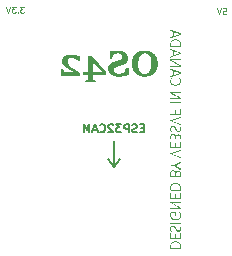
<source format=gbr>
%TF.GenerationSoftware,KiCad,Pcbnew,7.0.7*%
%TF.CreationDate,2024-01-13T12:59:25-05:00*%
%TF.ProjectId,sx7_footprints,7378375f-666f-46f7-9470-72696e74732e,rev?*%
%TF.SameCoordinates,Original*%
%TF.FileFunction,Legend,Bot*%
%TF.FilePolarity,Positive*%
%FSLAX46Y46*%
G04 Gerber Fmt 4.6, Leading zero omitted, Abs format (unit mm)*
G04 Created by KiCad (PCBNEW 7.0.7) date 2024-01-13 12:59:25*
%MOMM*%
%LPD*%
G01*
G04 APERTURE LIST*
%ADD10C,0.150000*%
%ADD11C,0.300000*%
%ADD12C,0.125000*%
G04 APERTURE END LIST*
D10*
X143891000Y-86868000D02*
X144399000Y-86233000D01*
X143891000Y-84709000D02*
X143891000Y-86868000D01*
X143891000Y-86868000D02*
X143383000Y-86233000D01*
D11*
G36*
X146505564Y-77045409D02*
G01*
X146537179Y-77046371D01*
X146568377Y-77047974D01*
X146599159Y-77050218D01*
X146629524Y-77053103D01*
X146659472Y-77056629D01*
X146689003Y-77060797D01*
X146718117Y-77065605D01*
X146746815Y-77071055D01*
X146775096Y-77077146D01*
X146802961Y-77083878D01*
X146830408Y-77091251D01*
X146857439Y-77099265D01*
X146884053Y-77107920D01*
X146910250Y-77117217D01*
X146936031Y-77127154D01*
X146961287Y-77137598D01*
X146986058Y-77148559D01*
X147010343Y-77160038D01*
X147034143Y-77172034D01*
X147057458Y-77184548D01*
X147080287Y-77197579D01*
X147102630Y-77211127D01*
X147124489Y-77225193D01*
X147145861Y-77239777D01*
X147166749Y-77254878D01*
X147187151Y-77270497D01*
X147207067Y-77286633D01*
X147226498Y-77303286D01*
X147245444Y-77320457D01*
X147263904Y-77338146D01*
X147281879Y-77356352D01*
X147299279Y-77375030D01*
X147316161Y-77394133D01*
X147332526Y-77413663D01*
X147348374Y-77433618D01*
X147363704Y-77453999D01*
X147378517Y-77474807D01*
X147392812Y-77496040D01*
X147406589Y-77517699D01*
X147419849Y-77539784D01*
X147432592Y-77562294D01*
X147444817Y-77585231D01*
X147456525Y-77608594D01*
X147467715Y-77632382D01*
X147478387Y-77656597D01*
X147488543Y-77681237D01*
X147498180Y-77706303D01*
X147507266Y-77731731D01*
X147515766Y-77757457D01*
X147523679Y-77783480D01*
X147531006Y-77809801D01*
X147537748Y-77836420D01*
X147543903Y-77863336D01*
X147549471Y-77890550D01*
X147554454Y-77918062D01*
X147558850Y-77945871D01*
X147562660Y-77973978D01*
X147565884Y-78002383D01*
X147568522Y-78031085D01*
X147570574Y-78060085D01*
X147572039Y-78089383D01*
X147572919Y-78118978D01*
X147573212Y-78148871D01*
X147572932Y-78180550D01*
X147572094Y-78211840D01*
X147570697Y-78242740D01*
X147568742Y-78273252D01*
X147566228Y-78303374D01*
X147563155Y-78333107D01*
X147559523Y-78362450D01*
X147555333Y-78391404D01*
X147550584Y-78419969D01*
X147545276Y-78448145D01*
X147539410Y-78475931D01*
X147532985Y-78503329D01*
X147526001Y-78530336D01*
X147518459Y-78556955D01*
X147510357Y-78583184D01*
X147501697Y-78609025D01*
X147492421Y-78634434D01*
X147482619Y-78659372D01*
X147472290Y-78683838D01*
X147461434Y-78707833D01*
X147450051Y-78731356D01*
X147438142Y-78754407D01*
X147425707Y-78776987D01*
X147412744Y-78799094D01*
X147399255Y-78820731D01*
X147385239Y-78841895D01*
X147370697Y-78862588D01*
X147355628Y-78882809D01*
X147340032Y-78902558D01*
X147323910Y-78921836D01*
X147307261Y-78940642D01*
X147290085Y-78958976D01*
X147272324Y-78976811D01*
X147254063Y-78994119D01*
X147235302Y-79010901D01*
X147216043Y-79027156D01*
X147196285Y-79042885D01*
X147176027Y-79058086D01*
X147155270Y-79072762D01*
X147134014Y-79086910D01*
X147112259Y-79100532D01*
X147090005Y-79113627D01*
X147067251Y-79126196D01*
X147043998Y-79138238D01*
X147020247Y-79149753D01*
X146995996Y-79160742D01*
X146971245Y-79171204D01*
X146945996Y-79181139D01*
X146920257Y-79190509D01*
X146894036Y-79199274D01*
X146867335Y-79207435D01*
X146840153Y-79214991D01*
X146812491Y-79221943D01*
X146784347Y-79228290D01*
X146755722Y-79234033D01*
X146726617Y-79239171D01*
X146697031Y-79243705D01*
X146666964Y-79247634D01*
X146636416Y-79250959D01*
X146605387Y-79253679D01*
X146573878Y-79255795D01*
X146541887Y-79257306D01*
X146509416Y-79258213D01*
X146476464Y-79258515D01*
X146464482Y-79258473D01*
X146440728Y-79258134D01*
X146417253Y-79257456D01*
X146382564Y-79255804D01*
X146348505Y-79253390D01*
X146315073Y-79250212D01*
X146282270Y-79246273D01*
X146250096Y-79241571D01*
X146218551Y-79236106D01*
X146187633Y-79229879D01*
X146157345Y-79222890D01*
X146127685Y-79215138D01*
X146108185Y-79209516D01*
X146079451Y-79200612D01*
X146051334Y-79191141D01*
X146023837Y-79181103D01*
X145996957Y-79170498D01*
X145970695Y-79159327D01*
X145945052Y-79147589D01*
X145920027Y-79135285D01*
X145895620Y-79122413D01*
X145871832Y-79108975D01*
X145848662Y-79094970D01*
X145833481Y-79085262D01*
X145811207Y-79070286D01*
X145789531Y-79054817D01*
X145768452Y-79038852D01*
X145747971Y-79022393D01*
X145728088Y-79005440D01*
X145708802Y-78987992D01*
X145690114Y-78970049D01*
X145672024Y-78951612D01*
X145654531Y-78932680D01*
X145637636Y-78913254D01*
X145626695Y-78900067D01*
X145610748Y-78880020D01*
X145595357Y-78859654D01*
X145580523Y-78838969D01*
X145566245Y-78817964D01*
X145552524Y-78796640D01*
X145539359Y-78774997D01*
X145526750Y-78753034D01*
X145514698Y-78730751D01*
X145503202Y-78708150D01*
X145492263Y-78685228D01*
X145485196Y-78669788D01*
X145475026Y-78646431D01*
X145465371Y-78622837D01*
X145456232Y-78599005D01*
X145447607Y-78574937D01*
X145439498Y-78550631D01*
X145431904Y-78526089D01*
X145424825Y-78501310D01*
X145418262Y-78476293D01*
X145412213Y-78451040D01*
X145406680Y-78425549D01*
X145403202Y-78408463D01*
X145398405Y-78382782D01*
X145394114Y-78357039D01*
X145390327Y-78331235D01*
X145387045Y-78305368D01*
X145384268Y-78279440D01*
X145381996Y-78253450D01*
X145380229Y-78227398D01*
X145378967Y-78201284D01*
X145378807Y-78195766D01*
X145915487Y-78195766D01*
X145915615Y-78218501D01*
X145916288Y-78252131D01*
X145917538Y-78285195D01*
X145919365Y-78317692D01*
X145921770Y-78349623D01*
X145924751Y-78380986D01*
X145928309Y-78411783D01*
X145932445Y-78442013D01*
X145937157Y-78471677D01*
X145942446Y-78500774D01*
X145948313Y-78529304D01*
X145952553Y-78547897D01*
X145959430Y-78575168D01*
X145966924Y-78601697D01*
X145975037Y-78627485D01*
X145983768Y-78652530D01*
X145993117Y-78676834D01*
X146003084Y-78700396D01*
X146013670Y-78723216D01*
X146024874Y-78745294D01*
X146036696Y-78766630D01*
X146049136Y-78787224D01*
X146053383Y-78793883D01*
X146066520Y-78813309D01*
X146084967Y-78837929D01*
X146104476Y-78861083D01*
X146125047Y-78882772D01*
X146146681Y-78902995D01*
X146169377Y-78921753D01*
X146193136Y-78939046D01*
X146217957Y-78954872D01*
X146243703Y-78968886D01*
X146270530Y-78981031D01*
X146298438Y-78991307D01*
X146327427Y-78999715D01*
X146357496Y-79006255D01*
X146380757Y-79009934D01*
X146404626Y-79012561D01*
X146429104Y-79014138D01*
X146454189Y-79014663D01*
X146472935Y-79014409D01*
X146500462Y-79013075D01*
X146527278Y-79010596D01*
X146553383Y-79006975D01*
X146578778Y-79002209D01*
X146603461Y-78996300D01*
X146627433Y-78989247D01*
X146650694Y-78981050D01*
X146673245Y-78971709D01*
X146695084Y-78961225D01*
X146716212Y-78949597D01*
X146729837Y-78941248D01*
X146749706Y-78927918D01*
X146768896Y-78913620D01*
X146787405Y-78898353D01*
X146805234Y-78882117D01*
X146822384Y-78864913D01*
X146838853Y-78846740D01*
X146854642Y-78827599D01*
X146869751Y-78807489D01*
X146884180Y-78786410D01*
X146897929Y-78764363D01*
X146906651Y-78749154D01*
X146919192Y-78725637D01*
X146931085Y-78701275D01*
X146942328Y-78676068D01*
X146952923Y-78650016D01*
X146962868Y-78623119D01*
X146972164Y-78595378D01*
X146980810Y-78566791D01*
X146988808Y-78537359D01*
X146996156Y-78507083D01*
X147002856Y-78475961D01*
X147006902Y-78454705D01*
X147012481Y-78422246D01*
X147017474Y-78389096D01*
X147021879Y-78355256D01*
X147025696Y-78320726D01*
X147027915Y-78297322D01*
X147029873Y-78273611D01*
X147031570Y-78249594D01*
X147033005Y-78225269D01*
X147034180Y-78200638D01*
X147035094Y-78175700D01*
X147035746Y-78150456D01*
X147036138Y-78124904D01*
X147036268Y-78099046D01*
X147036154Y-78078241D01*
X147035553Y-78047325D01*
X147034436Y-78016760D01*
X147032805Y-77986545D01*
X147030658Y-77956681D01*
X147027996Y-77927167D01*
X147024819Y-77898003D01*
X147021127Y-77869190D01*
X147016920Y-77840727D01*
X147012197Y-77812614D01*
X147006959Y-77784852D01*
X147003156Y-77766607D01*
X146996927Y-77739789D01*
X146990070Y-77713630D01*
X146982584Y-77688131D01*
X146974469Y-77663292D01*
X146965726Y-77639112D01*
X146956355Y-77615591D01*
X146946355Y-77592730D01*
X146935726Y-77570528D01*
X146924469Y-77548986D01*
X146912584Y-77528103D01*
X146908446Y-77521260D01*
X146895621Y-77501267D01*
X146877559Y-77475860D01*
X146858398Y-77451881D01*
X146838138Y-77429332D01*
X146816779Y-77408211D01*
X146794321Y-77388519D01*
X146770764Y-77370255D01*
X146746108Y-77353421D01*
X146733264Y-77345613D01*
X146706575Y-77331508D01*
X146678548Y-77319418D01*
X146649184Y-77309343D01*
X146626283Y-77303109D01*
X146602630Y-77298008D01*
X146578225Y-77294041D01*
X146553068Y-77291208D01*
X146527159Y-77289508D01*
X146500497Y-77288941D01*
X146481895Y-77289190D01*
X146454576Y-77290501D01*
X146427957Y-77292934D01*
X146402039Y-77296491D01*
X146376822Y-77301171D01*
X146352305Y-77306973D01*
X146328489Y-77313899D01*
X146305374Y-77321949D01*
X146282959Y-77331121D01*
X146261245Y-77341416D01*
X146240232Y-77352835D01*
X146226603Y-77360959D01*
X146206710Y-77373935D01*
X146187475Y-77387859D01*
X146168901Y-77402731D01*
X146150986Y-77418551D01*
X146133730Y-77435319D01*
X146117133Y-77453035D01*
X146101197Y-77471699D01*
X146085919Y-77491311D01*
X146071301Y-77511871D01*
X146057343Y-77533379D01*
X146048337Y-77548233D01*
X146035404Y-77571261D01*
X146023161Y-77595185D01*
X146011609Y-77620005D01*
X146000746Y-77645722D01*
X145990575Y-77672336D01*
X145981093Y-77699846D01*
X145972302Y-77728252D01*
X145964202Y-77757555D01*
X145956791Y-77787754D01*
X145950071Y-77818850D01*
X145945883Y-77839969D01*
X145940108Y-77872256D01*
X145934941Y-77905275D01*
X145930381Y-77939026D01*
X145926429Y-77973509D01*
X145924133Y-77996903D01*
X145922106Y-78020623D01*
X145920350Y-78044668D01*
X145918864Y-78069038D01*
X145917648Y-78093733D01*
X145916702Y-78118754D01*
X145916027Y-78144099D01*
X145915622Y-78169770D01*
X145915487Y-78195766D01*
X145378807Y-78195766D01*
X145378209Y-78175109D01*
X145377957Y-78148871D01*
X145378216Y-78119688D01*
X145378992Y-78090757D01*
X145380286Y-78062077D01*
X145382097Y-78033650D01*
X145384426Y-78005474D01*
X145387272Y-77977550D01*
X145390635Y-77949878D01*
X145394517Y-77922458D01*
X145398915Y-77895290D01*
X145403831Y-77868373D01*
X145409265Y-77841709D01*
X145415216Y-77815296D01*
X145421685Y-77789136D01*
X145428671Y-77763227D01*
X145436175Y-77737570D01*
X145444196Y-77712165D01*
X145452677Y-77687096D01*
X145461708Y-77662449D01*
X145471288Y-77638223D01*
X145481418Y-77614419D01*
X145492098Y-77591036D01*
X145503327Y-77568074D01*
X145515105Y-77545533D01*
X145527434Y-77523414D01*
X145540311Y-77501716D01*
X145553739Y-77480439D01*
X145567715Y-77459584D01*
X145582242Y-77439150D01*
X145597318Y-77419138D01*
X145612943Y-77399546D01*
X145629118Y-77380376D01*
X145645842Y-77361628D01*
X145663114Y-77343341D01*
X145680931Y-77325559D01*
X145699293Y-77308280D01*
X145718199Y-77291505D01*
X145737651Y-77275234D01*
X145757648Y-77259467D01*
X145778189Y-77244203D01*
X145799276Y-77229443D01*
X145820907Y-77215187D01*
X145843084Y-77201435D01*
X145865805Y-77188186D01*
X145889072Y-77175441D01*
X145912883Y-77163200D01*
X145937239Y-77151463D01*
X145962141Y-77140229D01*
X145987587Y-77129499D01*
X146013528Y-77119278D01*
X146040060Y-77109715D01*
X146067182Y-77100813D01*
X146094895Y-77092570D01*
X146123199Y-77084986D01*
X146152094Y-77078062D01*
X146181579Y-77071797D01*
X146211655Y-77066191D01*
X146242322Y-77061245D01*
X146273580Y-77056959D01*
X146305429Y-77053332D01*
X146337868Y-77050364D01*
X146370898Y-77048056D01*
X146404519Y-77046408D01*
X146438730Y-77045419D01*
X146473533Y-77045089D01*
X146505564Y-77045409D01*
G37*
G36*
X144315794Y-79258515D02*
G01*
X144342361Y-79258229D01*
X144369672Y-79257370D01*
X144397728Y-79255939D01*
X144426527Y-79253936D01*
X144450103Y-79251921D01*
X144474155Y-79249539D01*
X144498683Y-79246792D01*
X144523495Y-79243751D01*
X144548398Y-79240490D01*
X144573394Y-79237010D01*
X144598480Y-79233309D01*
X144623659Y-79229389D01*
X144648929Y-79225249D01*
X144674290Y-79220890D01*
X144699743Y-79216310D01*
X144725233Y-79211410D01*
X144750705Y-79206382D01*
X144776158Y-79201225D01*
X144801593Y-79195940D01*
X144827009Y-79190527D01*
X144852407Y-79184986D01*
X144877787Y-79179316D01*
X144903149Y-79173519D01*
X144928300Y-79167629D01*
X144953048Y-79161685D01*
X144977393Y-79155686D01*
X145001334Y-79149632D01*
X145024873Y-79143523D01*
X145048009Y-79137359D01*
X145070742Y-79131140D01*
X145093072Y-79124866D01*
X145101865Y-78508201D01*
X144902563Y-78508201D01*
X144814049Y-78790155D01*
X144802165Y-78811107D01*
X144801153Y-78812430D01*
X144785445Y-78830895D01*
X144782981Y-78833533D01*
X144765401Y-78850150D01*
X144763637Y-78851704D01*
X144746052Y-78865773D01*
X144725572Y-78877716D01*
X144702821Y-78890099D01*
X144681050Y-78901295D01*
X144657541Y-78912828D01*
X144650504Y-78916184D01*
X144628797Y-78925932D01*
X144606760Y-78935391D01*
X144584394Y-78944562D01*
X144561697Y-78953444D01*
X144538671Y-78962037D01*
X144530923Y-78964838D01*
X144507601Y-78972703D01*
X144484239Y-78980033D01*
X144460835Y-78986826D01*
X144437390Y-78993084D01*
X144413904Y-78998806D01*
X144406066Y-79000595D01*
X144382696Y-79005376D01*
X144356370Y-79009703D01*
X144331053Y-79012685D01*
X144306746Y-79014320D01*
X144290002Y-79014663D01*
X144266234Y-79014324D01*
X144237271Y-79012948D01*
X144209138Y-79010512D01*
X144181835Y-79007017D01*
X144155363Y-79002463D01*
X144129720Y-78996850D01*
X144114733Y-78992974D01*
X144090364Y-78985724D01*
X144067083Y-78977530D01*
X144044889Y-78968391D01*
X144019692Y-78956177D01*
X143996062Y-78942603D01*
X143977566Y-78930253D01*
X143956731Y-78914130D01*
X143937752Y-78896978D01*
X143920626Y-78878795D01*
X143905356Y-78859581D01*
X143891940Y-78839337D01*
X143887880Y-78832360D01*
X143877123Y-78810763D01*
X143868591Y-78788177D01*
X143862285Y-78764601D01*
X143858205Y-78740036D01*
X143856350Y-78714483D01*
X143856226Y-78705745D01*
X143857180Y-78679430D01*
X143860041Y-78654855D01*
X143865646Y-78628898D01*
X143873743Y-78605212D01*
X143876157Y-78599646D01*
X143886964Y-78578103D01*
X143900043Y-78558027D01*
X143915394Y-78539415D01*
X143933016Y-78522270D01*
X143952763Y-78506040D01*
X143974489Y-78490762D01*
X143995121Y-78478176D01*
X144017269Y-78466319D01*
X144023875Y-78463065D01*
X144047885Y-78451753D01*
X144069537Y-78442012D01*
X144092179Y-78432230D01*
X144115809Y-78422407D01*
X144140429Y-78412543D01*
X144144628Y-78410895D01*
X144168190Y-78401649D01*
X144191834Y-78392815D01*
X144215561Y-78384393D01*
X144239370Y-78376383D01*
X144263262Y-78368786D01*
X144271244Y-78366345D01*
X144295122Y-78359132D01*
X144318834Y-78352002D01*
X144342383Y-78344954D01*
X144365766Y-78337988D01*
X144388984Y-78331105D01*
X144396687Y-78328829D01*
X144419768Y-78322015D01*
X144442849Y-78315200D01*
X144465930Y-78308386D01*
X144489011Y-78301572D01*
X144512092Y-78294757D01*
X144519785Y-78292486D01*
X144542763Y-78285328D01*
X144565535Y-78277923D01*
X144588101Y-78270270D01*
X144610460Y-78262371D01*
X144632614Y-78254224D01*
X144639953Y-78251453D01*
X144662851Y-78242257D01*
X144685235Y-78232549D01*
X144707107Y-78222327D01*
X144728466Y-78211593D01*
X144749312Y-78200345D01*
X144769646Y-78188585D01*
X144794341Y-78173163D01*
X144808773Y-78163526D01*
X144831874Y-78146807D01*
X144853916Y-78129259D01*
X144874899Y-78110881D01*
X144894823Y-78091672D01*
X144913688Y-78071634D01*
X144931494Y-78050766D01*
X144938320Y-78042186D01*
X144954571Y-78019972D01*
X144969621Y-77996928D01*
X144983468Y-77973055D01*
X144996114Y-77948351D01*
X145007557Y-77922817D01*
X145017798Y-77896453D01*
X145021558Y-77885675D01*
X145030001Y-77857923D01*
X145035726Y-77835062D01*
X145040534Y-77811614D01*
X145044427Y-77787581D01*
X145047404Y-77762961D01*
X145049464Y-77737755D01*
X145050609Y-77711963D01*
X145050867Y-77692235D01*
X145050381Y-77668082D01*
X145048925Y-77644278D01*
X145046498Y-77620821D01*
X145042099Y-77591990D01*
X145036183Y-77563703D01*
X145028749Y-77535959D01*
X145019799Y-77508759D01*
X145009306Y-77482189D01*
X144997611Y-77456335D01*
X144984714Y-77431196D01*
X144970615Y-77406773D01*
X144955313Y-77383065D01*
X144938810Y-77360073D01*
X144931872Y-77351076D01*
X144913757Y-77329072D01*
X144894583Y-77307754D01*
X144874350Y-77287123D01*
X144853058Y-77267179D01*
X144835262Y-77251718D01*
X144816788Y-77236697D01*
X144797636Y-77222116D01*
X144777779Y-77208038D01*
X144757482Y-77194529D01*
X144736746Y-77181587D01*
X144715570Y-77169213D01*
X144693955Y-77157407D01*
X144671900Y-77146169D01*
X144649405Y-77135498D01*
X144626471Y-77125396D01*
X144602987Y-77115870D01*
X144579136Y-77106931D01*
X144554920Y-77098578D01*
X144530337Y-77090811D01*
X144505387Y-77083630D01*
X144480071Y-77077036D01*
X144454389Y-77071027D01*
X144428341Y-77065605D01*
X144401880Y-77060797D01*
X144375255Y-77056629D01*
X144348464Y-77053103D01*
X144321509Y-77050218D01*
X144294389Y-77047974D01*
X144267104Y-77046371D01*
X144239654Y-77045409D01*
X144212039Y-77045089D01*
X144188363Y-77045217D01*
X144164522Y-77045602D01*
X144140516Y-77046243D01*
X144116345Y-77047140D01*
X144092009Y-77048295D01*
X144067509Y-77049705D01*
X144042843Y-77051372D01*
X144018013Y-77053295D01*
X143993036Y-77055301D01*
X143968224Y-77057509D01*
X143943577Y-77059917D01*
X143919094Y-77062528D01*
X143894777Y-77065340D01*
X143870624Y-77068353D01*
X143846637Y-77071568D01*
X143822814Y-77074984D01*
X143799083Y-77078400D01*
X143775663Y-77081908D01*
X143746826Y-77086422D01*
X143718476Y-77091079D01*
X143690612Y-77095879D01*
X143663235Y-77100822D01*
X143641683Y-77104879D01*
X143615354Y-77109994D01*
X143589854Y-77115080D01*
X143565185Y-77120138D01*
X143541345Y-77125167D01*
X143518336Y-77130167D01*
X143491820Y-77136130D01*
X143487517Y-77137120D01*
X143487517Y-77720371D01*
X143685061Y-77720371D01*
X143770644Y-77462451D01*
X143781635Y-77441348D01*
X143798061Y-77422629D01*
X143799367Y-77421418D01*
X143817270Y-77406063D01*
X143836358Y-77392361D01*
X143838641Y-77390937D01*
X143860028Y-77379588D01*
X143883264Y-77368625D01*
X143903121Y-77359869D01*
X143927413Y-77349879D01*
X143950484Y-77341389D01*
X143974948Y-77333265D01*
X143997496Y-77326457D01*
X144020718Y-77319785D01*
X144044219Y-77313618D01*
X144068001Y-77307956D01*
X144092064Y-77302799D01*
X144105940Y-77300078D01*
X144129766Y-77295739D01*
X144153032Y-77292465D01*
X144178934Y-77290029D01*
X144204103Y-77288984D01*
X144210281Y-77288941D01*
X144238482Y-77289513D01*
X144265567Y-77291231D01*
X144291536Y-77294093D01*
X144316389Y-77298100D01*
X144340125Y-77303252D01*
X144362746Y-77309549D01*
X144371481Y-77312388D01*
X144396458Y-77321655D01*
X144419951Y-77331870D01*
X144441960Y-77343032D01*
X144462486Y-77355143D01*
X144484557Y-77370470D01*
X144487545Y-77372765D01*
X144506940Y-77389254D01*
X144524090Y-77406922D01*
X144538996Y-77425767D01*
X144551659Y-77445791D01*
X144557887Y-77457762D01*
X144568145Y-77481795D01*
X144575473Y-77505829D01*
X144579869Y-77529862D01*
X144581334Y-77553896D01*
X144580455Y-77579248D01*
X144577817Y-77603721D01*
X144573421Y-77627315D01*
X144567266Y-77650030D01*
X144557354Y-77674203D01*
X144545740Y-77694756D01*
X144531488Y-77714429D01*
X144516854Y-77730923D01*
X144497327Y-77749058D01*
X144478017Y-77764385D01*
X144456631Y-77779207D01*
X144436648Y-77791510D01*
X144422479Y-77799506D01*
X144399487Y-77811294D01*
X144374476Y-77822917D01*
X144352091Y-77832477D01*
X144328303Y-77841922D01*
X144303112Y-77851253D01*
X144276519Y-77860469D01*
X144254180Y-77867661D01*
X144228326Y-77875896D01*
X144202697Y-77883962D01*
X144177292Y-77891860D01*
X144159283Y-77897399D01*
X144133810Y-77905120D01*
X144108168Y-77912898D01*
X144082358Y-77920732D01*
X144056380Y-77928622D01*
X144041460Y-77933156D01*
X144018778Y-77939853D01*
X143996013Y-77946757D01*
X143973165Y-77953867D01*
X143950235Y-77961183D01*
X143927223Y-77968705D01*
X143919534Y-77971258D01*
X143896185Y-77979157D01*
X143872301Y-77987469D01*
X143847880Y-77996193D01*
X143822924Y-78005330D01*
X143797432Y-78014878D01*
X143788815Y-78018152D01*
X143762806Y-78029063D01*
X143737169Y-78040546D01*
X143711905Y-78052602D01*
X143687012Y-78065230D01*
X143662491Y-78078431D01*
X143638343Y-78092204D01*
X143628787Y-78097873D01*
X143605234Y-78112634D01*
X143582568Y-78128339D01*
X143560790Y-78144988D01*
X143539898Y-78162582D01*
X143519894Y-78181121D01*
X143500777Y-78200604D01*
X143493379Y-78208662D01*
X143475648Y-78229384D01*
X143459090Y-78251252D01*
X143443705Y-78274264D01*
X143429494Y-78298421D01*
X143416457Y-78323723D01*
X143404593Y-78350170D01*
X143400176Y-78361069D01*
X143392070Y-78383472D01*
X143385045Y-78406718D01*
X143379101Y-78430807D01*
X143374237Y-78455738D01*
X143370455Y-78481512D01*
X143367753Y-78508128D01*
X143366132Y-78535587D01*
X143365591Y-78563889D01*
X143366101Y-78589504D01*
X143367631Y-78614914D01*
X143370182Y-78640117D01*
X143373752Y-78665115D01*
X143378342Y-78689906D01*
X143383953Y-78714492D01*
X143390584Y-78738871D01*
X143398234Y-78763044D01*
X143406905Y-78787011D01*
X143416596Y-78810772D01*
X143423623Y-78826498D01*
X143434920Y-78849767D01*
X143447268Y-78872530D01*
X143460666Y-78894788D01*
X143475116Y-78916542D01*
X143490617Y-78937790D01*
X143507168Y-78958534D01*
X143524771Y-78978773D01*
X143543424Y-78998506D01*
X143563129Y-79017735D01*
X143583885Y-79036460D01*
X143598306Y-79048662D01*
X143620829Y-79066342D01*
X143644433Y-79083331D01*
X143669120Y-79099630D01*
X143694889Y-79115239D01*
X143721739Y-79130158D01*
X143749672Y-79144386D01*
X143778686Y-79157924D01*
X143808782Y-79170771D01*
X143839960Y-79182928D01*
X143872220Y-79194395D01*
X143894328Y-79201655D01*
X143916857Y-79208541D01*
X143939895Y-79214982D01*
X143963441Y-79220979D01*
X143987495Y-79226532D01*
X144012057Y-79231640D01*
X144037128Y-79236304D01*
X144062707Y-79240524D01*
X144088794Y-79244300D01*
X144115390Y-79247632D01*
X144142494Y-79250519D01*
X144170107Y-79252962D01*
X144198227Y-79254961D01*
X144226856Y-79256516D01*
X144255994Y-79257627D01*
X144285640Y-79258293D01*
X144315794Y-79258515D01*
G37*
G36*
X143154565Y-78869876D02*
G01*
X143154565Y-79136589D01*
X142101195Y-79136589D01*
X142101195Y-79483023D01*
X142104112Y-79506152D01*
X142116436Y-79526987D01*
X142117364Y-79527899D01*
X142136817Y-79542360D01*
X142158055Y-79552779D01*
X142336840Y-79624293D01*
X142336840Y-79746219D01*
X141391327Y-79746219D01*
X141391327Y-79624293D01*
X141564251Y-79552779D01*
X141565925Y-79552079D01*
X141586955Y-79541565D01*
X141606457Y-79526987D01*
X141617891Y-79507572D01*
X141621111Y-79483023D01*
X141621111Y-79136589D01*
X141248885Y-79136589D01*
X141248885Y-78883358D01*
X141621111Y-78883358D01*
X141621111Y-77998222D01*
X142084782Y-77998222D01*
X142101195Y-78259073D01*
X142101195Y-78883358D01*
X142629346Y-78883358D01*
X142836854Y-78883358D01*
X142836854Y-78859911D01*
X142107057Y-77998222D01*
X142084782Y-77998222D01*
X141621111Y-77998222D01*
X141621111Y-77495277D01*
X142005061Y-77495277D01*
X143154565Y-78869876D01*
G37*
G36*
X140999757Y-78927908D02*
G01*
X140968630Y-78909288D01*
X140937970Y-78890942D01*
X140907777Y-78872871D01*
X140878051Y-78855075D01*
X140848792Y-78837553D01*
X140820001Y-78820307D01*
X140791676Y-78803335D01*
X140763819Y-78786638D01*
X140736428Y-78770216D01*
X140709505Y-78754068D01*
X140683049Y-78738196D01*
X140657060Y-78722598D01*
X140631538Y-78707274D01*
X140606484Y-78692226D01*
X140581896Y-78677452D01*
X140557775Y-78662953D01*
X140534063Y-78648629D01*
X140510844Y-78634377D01*
X140488120Y-78620199D01*
X140465891Y-78606094D01*
X140444157Y-78592062D01*
X140422917Y-78578103D01*
X140402171Y-78564218D01*
X140381921Y-78550406D01*
X140362164Y-78536668D01*
X140342903Y-78523002D01*
X140314938Y-78502642D01*
X140288086Y-78482446D01*
X140262346Y-78462415D01*
X140237720Y-78442549D01*
X140214206Y-78422624D01*
X140191805Y-78402638D01*
X140170517Y-78382590D01*
X140150342Y-78362480D01*
X140131279Y-78342308D01*
X140113330Y-78322074D01*
X140096493Y-78301779D01*
X140080769Y-78281422D01*
X140066158Y-78261003D01*
X140052660Y-78240522D01*
X140044279Y-78226833D01*
X140032651Y-78206033D01*
X140022167Y-78184738D01*
X140012826Y-78162949D01*
X140004630Y-78140665D01*
X139997576Y-78117886D01*
X139991667Y-78094613D01*
X139986902Y-78070845D01*
X139983280Y-78046582D01*
X139980802Y-78021825D01*
X139979467Y-77996573D01*
X139979213Y-77979464D01*
X139979831Y-77951740D01*
X139981686Y-77924839D01*
X139984777Y-77898763D01*
X139989105Y-77873512D01*
X139994669Y-77849084D01*
X139996799Y-77841125D01*
X140003833Y-77817824D01*
X140012186Y-77795842D01*
X140023598Y-77771864D01*
X140036806Y-77749681D01*
X140049555Y-77732095D01*
X140066040Y-77713073D01*
X140084208Y-77696015D01*
X140104060Y-77680920D01*
X140125594Y-77667789D01*
X140138655Y-77661167D01*
X140162890Y-77651346D01*
X140188920Y-77643936D01*
X140212660Y-77639506D01*
X140237720Y-77636847D01*
X140264098Y-77635961D01*
X140288534Y-77637213D01*
X140314361Y-77640969D01*
X140338486Y-77646409D01*
X140357301Y-77651788D01*
X140379837Y-77658989D01*
X140402822Y-77667255D01*
X140426255Y-77676588D01*
X140450138Y-77686987D01*
X140463986Y-77693407D01*
X140488233Y-77705228D01*
X140509240Y-77715807D01*
X140530452Y-77726798D01*
X140551871Y-77738201D01*
X140573495Y-77750016D01*
X140577120Y-77752025D01*
X140598476Y-77764198D01*
X140619462Y-77776535D01*
X140640077Y-77789037D01*
X140660321Y-77801704D01*
X140680194Y-77814536D01*
X140686736Y-77818850D01*
X140708995Y-77833897D01*
X140730638Y-77848775D01*
X140751663Y-77863485D01*
X140772071Y-77878027D01*
X140783456Y-77886261D01*
X140802530Y-77900314D01*
X140822680Y-77915619D01*
X140843247Y-77931874D01*
X140859660Y-77945466D01*
X140949932Y-77945466D01*
X140965173Y-77549792D01*
X140941176Y-77539278D01*
X140917834Y-77529176D01*
X140896086Y-77519847D01*
X140872730Y-77509900D01*
X140852039Y-77501139D01*
X140830106Y-77492220D01*
X140807171Y-77483416D01*
X140783234Y-77474726D01*
X140758296Y-77466151D01*
X140732356Y-77457691D01*
X140705413Y-77449344D01*
X140694356Y-77446038D01*
X140671623Y-77439572D01*
X140648267Y-77433362D01*
X140624289Y-77427408D01*
X140599688Y-77421711D01*
X140574463Y-77416271D01*
X140548616Y-77411087D01*
X140522147Y-77406159D01*
X140495054Y-77401488D01*
X140467375Y-77397092D01*
X140439147Y-77393281D01*
X140410369Y-77390057D01*
X140381041Y-77387420D01*
X140351164Y-77385368D01*
X140320738Y-77383903D01*
X140289762Y-77383023D01*
X140266169Y-77382748D01*
X140258236Y-77382730D01*
X140227417Y-77383024D01*
X140196948Y-77383905D01*
X140166829Y-77385373D01*
X140137061Y-77387429D01*
X140107643Y-77390072D01*
X140078576Y-77393302D01*
X140049858Y-77397120D01*
X140021491Y-77401525D01*
X139993475Y-77406517D01*
X139965809Y-77412097D01*
X139947559Y-77416143D01*
X139920631Y-77422691D01*
X139894363Y-77429806D01*
X139868754Y-77437487D01*
X139843805Y-77445736D01*
X139819515Y-77454551D01*
X139795884Y-77463932D01*
X139772913Y-77473881D01*
X139750602Y-77484396D01*
X139728950Y-77495478D01*
X139707957Y-77507127D01*
X139694328Y-77515207D01*
X139674397Y-77527701D01*
X139649072Y-77545273D01*
X139625176Y-77563889D01*
X139602708Y-77583549D01*
X139581670Y-77604253D01*
X139562060Y-77626001D01*
X139543880Y-77648794D01*
X139527128Y-77672630D01*
X139523163Y-77678752D01*
X139508325Y-77703876D01*
X139495466Y-77730007D01*
X139484585Y-77757145D01*
X139475682Y-77785291D01*
X139468758Y-77814445D01*
X139463812Y-77844606D01*
X139460844Y-77875774D01*
X139459917Y-77899812D01*
X139459855Y-77907950D01*
X139460313Y-77934475D01*
X139461687Y-77960413D01*
X139463977Y-77985766D01*
X139467182Y-78010532D01*
X139471304Y-78034712D01*
X139476341Y-78058306D01*
X139482295Y-78081314D01*
X139489164Y-78103735D01*
X139498982Y-78130955D01*
X139510116Y-78157659D01*
X139522566Y-78183849D01*
X139536334Y-78209523D01*
X139548295Y-78229691D01*
X139561100Y-78249530D01*
X139574747Y-78269039D01*
X139589255Y-78288227D01*
X139604642Y-78307104D01*
X139620909Y-78325669D01*
X139638055Y-78343923D01*
X139656080Y-78361866D01*
X139674984Y-78379497D01*
X139694768Y-78396817D01*
X139715431Y-78413826D01*
X139736790Y-78430688D01*
X139758955Y-78447568D01*
X139781926Y-78464466D01*
X139805703Y-78481383D01*
X139830286Y-78498318D01*
X139855675Y-78515272D01*
X139881870Y-78532244D01*
X139902045Y-78544985D01*
X139908871Y-78549234D01*
X139929541Y-78561910D01*
X139950664Y-78574657D01*
X139972241Y-78587477D01*
X139994271Y-78600369D01*
X140016754Y-78613333D01*
X140039691Y-78626370D01*
X140063081Y-78639478D01*
X140086924Y-78652659D01*
X140111221Y-78665911D01*
X140135971Y-78679236D01*
X140152723Y-78688159D01*
X140178093Y-78701551D01*
X140203865Y-78715128D01*
X140230039Y-78728891D01*
X140256615Y-78742839D01*
X140283592Y-78756973D01*
X140310972Y-78771292D01*
X140338753Y-78785797D01*
X140366936Y-78800487D01*
X140395521Y-78815362D01*
X140424508Y-78830423D01*
X140444056Y-78840567D01*
X140444056Y-78863428D01*
X140190825Y-78836464D01*
X139672639Y-78836464D01*
X139647628Y-78833561D01*
X139625259Y-78823000D01*
X139620469Y-78818878D01*
X139605494Y-78800202D01*
X139595236Y-78778820D01*
X139593505Y-78773742D01*
X139530197Y-78573854D01*
X139353170Y-78573854D01*
X139362549Y-79221000D01*
X140999757Y-79221000D01*
X140999757Y-78927908D01*
G37*
D12*
X153103621Y-73473309D02*
X153341716Y-73473309D01*
X153341716Y-73473309D02*
X153365525Y-73711404D01*
X153365525Y-73711404D02*
X153341716Y-73687595D01*
X153341716Y-73687595D02*
X153294097Y-73663785D01*
X153294097Y-73663785D02*
X153175049Y-73663785D01*
X153175049Y-73663785D02*
X153127430Y-73687595D01*
X153127430Y-73687595D02*
X153103621Y-73711404D01*
X153103621Y-73711404D02*
X153079811Y-73759023D01*
X153079811Y-73759023D02*
X153079811Y-73878071D01*
X153079811Y-73878071D02*
X153103621Y-73925690D01*
X153103621Y-73925690D02*
X153127430Y-73949500D01*
X153127430Y-73949500D02*
X153175049Y-73973309D01*
X153175049Y-73973309D02*
X153294097Y-73973309D01*
X153294097Y-73973309D02*
X153341716Y-73949500D01*
X153341716Y-73949500D02*
X153365525Y-73925690D01*
X152936954Y-73473309D02*
X152770288Y-73973309D01*
X152770288Y-73973309D02*
X152603621Y-73473309D01*
X136244335Y-73346309D02*
X135934811Y-73346309D01*
X135934811Y-73346309D02*
X136101478Y-73536785D01*
X136101478Y-73536785D02*
X136030049Y-73536785D01*
X136030049Y-73536785D02*
X135982430Y-73560595D01*
X135982430Y-73560595D02*
X135958621Y-73584404D01*
X135958621Y-73584404D02*
X135934811Y-73632023D01*
X135934811Y-73632023D02*
X135934811Y-73751071D01*
X135934811Y-73751071D02*
X135958621Y-73798690D01*
X135958621Y-73798690D02*
X135982430Y-73822500D01*
X135982430Y-73822500D02*
X136030049Y-73846309D01*
X136030049Y-73846309D02*
X136172906Y-73846309D01*
X136172906Y-73846309D02*
X136220525Y-73822500D01*
X136220525Y-73822500D02*
X136244335Y-73798690D01*
X135720526Y-73798690D02*
X135696716Y-73822500D01*
X135696716Y-73822500D02*
X135720526Y-73846309D01*
X135720526Y-73846309D02*
X135744335Y-73822500D01*
X135744335Y-73822500D02*
X135720526Y-73798690D01*
X135720526Y-73798690D02*
X135720526Y-73846309D01*
X135530050Y-73346309D02*
X135220526Y-73346309D01*
X135220526Y-73346309D02*
X135387193Y-73536785D01*
X135387193Y-73536785D02*
X135315764Y-73536785D01*
X135315764Y-73536785D02*
X135268145Y-73560595D01*
X135268145Y-73560595D02*
X135244336Y-73584404D01*
X135244336Y-73584404D02*
X135220526Y-73632023D01*
X135220526Y-73632023D02*
X135220526Y-73751071D01*
X135220526Y-73751071D02*
X135244336Y-73798690D01*
X135244336Y-73798690D02*
X135268145Y-73822500D01*
X135268145Y-73822500D02*
X135315764Y-73846309D01*
X135315764Y-73846309D02*
X135458621Y-73846309D01*
X135458621Y-73846309D02*
X135506240Y-73822500D01*
X135506240Y-73822500D02*
X135530050Y-73798690D01*
X135077669Y-73346309D02*
X134911003Y-73846309D01*
X134911003Y-73846309D02*
X134744336Y-73346309D01*
D10*
G36*
X149103828Y-93197062D02*
G01*
X149115826Y-93197377D01*
X149127680Y-93197901D01*
X149139391Y-93198636D01*
X149150959Y-93199581D01*
X149162384Y-93200735D01*
X149173666Y-93202099D01*
X149184805Y-93203674D01*
X149195801Y-93205458D01*
X149206653Y-93207452D01*
X149217363Y-93209656D01*
X149227929Y-93212069D01*
X149238353Y-93214693D01*
X149248633Y-93217527D01*
X149258770Y-93220570D01*
X149268764Y-93223824D01*
X149278627Y-93227254D01*
X149288311Y-93230888D01*
X149297815Y-93234726D01*
X149307140Y-93238768D01*
X149316286Y-93243015D01*
X149325252Y-93247466D01*
X149334039Y-93252121D01*
X149342647Y-93256980D01*
X149351075Y-93262043D01*
X149359324Y-93267310D01*
X149371361Y-93275594D01*
X149382995Y-93284338D01*
X149394225Y-93293540D01*
X149405051Y-93303203D01*
X149412064Y-93309866D01*
X149422203Y-93320233D01*
X149431887Y-93331046D01*
X149441117Y-93342306D01*
X149449891Y-93354013D01*
X149455487Y-93362065D01*
X149460882Y-93370316D01*
X149466074Y-93378765D01*
X149471063Y-93387413D01*
X149475851Y-93396259D01*
X149480436Y-93405304D01*
X149484819Y-93414547D01*
X149489000Y-93423988D01*
X149492979Y-93433628D01*
X149496735Y-93443506D01*
X149500249Y-93453660D01*
X149503520Y-93464091D01*
X149506549Y-93474798D01*
X149509336Y-93485783D01*
X149511881Y-93497044D01*
X149514183Y-93508581D01*
X149516243Y-93520396D01*
X149518060Y-93532486D01*
X149519635Y-93544854D01*
X149520968Y-93557498D01*
X149522059Y-93570420D01*
X149522907Y-93583617D01*
X149523513Y-93597092D01*
X149523876Y-93610843D01*
X149523997Y-93624870D01*
X149523997Y-93811716D01*
X149523263Y-93818663D01*
X149520000Y-93828165D01*
X149514716Y-93837117D01*
X149509908Y-93842161D01*
X149500443Y-93847218D01*
X149490674Y-93849443D01*
X149480522Y-93850062D01*
X148676475Y-93850062D01*
X148669071Y-93849746D01*
X148658813Y-93847926D01*
X148649608Y-93843944D01*
X148642281Y-93837117D01*
X148638664Y-93831394D01*
X148634531Y-93821800D01*
X148633000Y-93811716D01*
X148633000Y-93766287D01*
X148695526Y-93766287D01*
X149461471Y-93766287D01*
X149461471Y-93629511D01*
X149461362Y-93617555D01*
X149461032Y-93605865D01*
X149460484Y-93594443D01*
X149459716Y-93583288D01*
X149458728Y-93572400D01*
X149457521Y-93561779D01*
X149456095Y-93551426D01*
X149454449Y-93541339D01*
X149452584Y-93531520D01*
X149450499Y-93521968D01*
X149446961Y-93508140D01*
X149442929Y-93494914D01*
X149438403Y-93482289D01*
X149433383Y-93470265D01*
X149429787Y-93462534D01*
X149424075Y-93451256D01*
X149417981Y-93440360D01*
X149411504Y-93429847D01*
X149404646Y-93419715D01*
X149397405Y-93409966D01*
X149389782Y-93400598D01*
X149381777Y-93391613D01*
X149373390Y-93383010D01*
X149364621Y-93374789D01*
X149355470Y-93366950D01*
X149349167Y-93361905D01*
X149339434Y-93354652D01*
X149329366Y-93347777D01*
X149318964Y-93341280D01*
X149308226Y-93335160D01*
X149297154Y-93329419D01*
X149285746Y-93324055D01*
X149274004Y-93319069D01*
X149261927Y-93314461D01*
X149249515Y-93310230D01*
X149236768Y-93306378D01*
X149228143Y-93304012D01*
X149215034Y-93300749D01*
X149201719Y-93297829D01*
X149188198Y-93295253D01*
X149174471Y-93293021D01*
X149160537Y-93291132D01*
X149146398Y-93289586D01*
X149132053Y-93288384D01*
X149117501Y-93287525D01*
X149107685Y-93287144D01*
X149097778Y-93286915D01*
X149087780Y-93286838D01*
X149081442Y-93286859D01*
X149068930Y-93287023D01*
X149056638Y-93287351D01*
X149044565Y-93287843D01*
X149032711Y-93288500D01*
X149021077Y-93289320D01*
X149009663Y-93290305D01*
X148998468Y-93291454D01*
X148987492Y-93292766D01*
X148976736Y-93294243D01*
X148966199Y-93295884D01*
X148955882Y-93297689D01*
X148945784Y-93299659D01*
X148935905Y-93301792D01*
X148926246Y-93304089D01*
X148912169Y-93307843D01*
X148903077Y-93310551D01*
X148889803Y-93314920D01*
X148876968Y-93319658D01*
X148864570Y-93324766D01*
X148852610Y-93330243D01*
X148841088Y-93336089D01*
X148830004Y-93342304D01*
X148819358Y-93348889D01*
X148809150Y-93355843D01*
X148799380Y-93363166D01*
X148790048Y-93370858D01*
X148784101Y-93376161D01*
X148775549Y-93384422D01*
X148767440Y-93393053D01*
X148759773Y-93402054D01*
X148752548Y-93411423D01*
X148745765Y-93421162D01*
X148739425Y-93431270D01*
X148733526Y-93441747D01*
X148728070Y-93452593D01*
X148723056Y-93463809D01*
X148718484Y-93475394D01*
X148717072Y-93479344D01*
X148713104Y-93491525D01*
X148709539Y-93504200D01*
X148706377Y-93517368D01*
X148703620Y-93531030D01*
X148701265Y-93545186D01*
X148699920Y-93554898D01*
X148698754Y-93564829D01*
X148697768Y-93574979D01*
X148696961Y-93585349D01*
X148696333Y-93595938D01*
X148695884Y-93606747D01*
X148695615Y-93617775D01*
X148695526Y-93629023D01*
X148695526Y-93766287D01*
X148633000Y-93766287D01*
X148633000Y-93636594D01*
X148633115Y-93622704D01*
X148633461Y-93609059D01*
X148634038Y-93595661D01*
X148634847Y-93582510D01*
X148635886Y-93569604D01*
X148637155Y-93556944D01*
X148638656Y-93544531D01*
X148640388Y-93532363D01*
X148642350Y-93520442D01*
X148644544Y-93508767D01*
X148646968Y-93497338D01*
X148649623Y-93486156D01*
X148652509Y-93475219D01*
X148655626Y-93464529D01*
X148658974Y-93454085D01*
X148662553Y-93443886D01*
X148666358Y-93433883D01*
X148670384Y-93424084D01*
X148674631Y-93414489D01*
X148679100Y-93405098D01*
X148683791Y-93395911D01*
X148688702Y-93386928D01*
X148693835Y-93378150D01*
X148699189Y-93369576D01*
X148704765Y-93361205D01*
X148710562Y-93353040D01*
X148716580Y-93345078D01*
X148722820Y-93337320D01*
X148729281Y-93329767D01*
X148735963Y-93322418D01*
X148742867Y-93315273D01*
X148749992Y-93308332D01*
X148757336Y-93301567D01*
X148764898Y-93295013D01*
X148772678Y-93288668D01*
X148780675Y-93282534D01*
X148788889Y-93276609D01*
X148797322Y-93270894D01*
X148805971Y-93265389D01*
X148814838Y-93260094D01*
X148823923Y-93255008D01*
X148833225Y-93250133D01*
X148842745Y-93245468D01*
X148852482Y-93241012D01*
X148862437Y-93236767D01*
X148872609Y-93232731D01*
X148882999Y-93228905D01*
X148893607Y-93225289D01*
X148904427Y-93221858D01*
X148915455Y-93218649D01*
X148926691Y-93215661D01*
X148938135Y-93212894D01*
X148949787Y-93210348D01*
X148961647Y-93208024D01*
X148973715Y-93205921D01*
X148985991Y-93204040D01*
X148998476Y-93202380D01*
X149011168Y-93200941D01*
X149024068Y-93199724D01*
X149037176Y-93198728D01*
X149050492Y-93197953D01*
X149064016Y-93197400D01*
X149077748Y-93197068D01*
X149091688Y-93196957D01*
X149103828Y-93197062D01*
G37*
G36*
X148664018Y-92524556D02*
G01*
X148654018Y-92525313D01*
X148650585Y-92526022D01*
X148641340Y-92530029D01*
X148640815Y-92530418D01*
X148634953Y-92537745D01*
X148633000Y-92546538D01*
X148633000Y-92962728D01*
X148634531Y-92972812D01*
X148638664Y-92982406D01*
X148642281Y-92988129D01*
X148649608Y-92994956D01*
X148658813Y-92998938D01*
X148669071Y-93000758D01*
X148676475Y-93001074D01*
X149480522Y-93001074D01*
X149490674Y-93000455D01*
X149500443Y-92998230D01*
X149509908Y-92993173D01*
X149514716Y-92988129D01*
X149520000Y-92979177D01*
X149523263Y-92969675D01*
X149523997Y-92962728D01*
X149523997Y-92552644D01*
X149522043Y-92543852D01*
X149515937Y-92537013D01*
X149506678Y-92533020D01*
X149505923Y-92532861D01*
X149496137Y-92531511D01*
X149491757Y-92531395D01*
X149481981Y-92532152D01*
X149478568Y-92532861D01*
X149469538Y-92536653D01*
X149469043Y-92537013D01*
X149463425Y-92543852D01*
X149461471Y-92552644D01*
X149461471Y-92917299D01*
X149133209Y-92917299D01*
X149133209Y-92602714D01*
X149131011Y-92593189D01*
X149125149Y-92586350D01*
X149116060Y-92582442D01*
X149114891Y-92582198D01*
X149104978Y-92580848D01*
X149100480Y-92580732D01*
X149090381Y-92581489D01*
X149087047Y-92582198D01*
X149077997Y-92586168D01*
X149077766Y-92586350D01*
X149072392Y-92593189D01*
X149070683Y-92602714D01*
X149070683Y-92917299D01*
X148695526Y-92917299D01*
X148695526Y-92546538D01*
X148693572Y-92537745D01*
X148687710Y-92530418D01*
X148678694Y-92526182D01*
X148677940Y-92526022D01*
X148667911Y-92524648D01*
X148664018Y-92524556D01*
G37*
G36*
X148864297Y-91880976D02*
G01*
X148853549Y-91881163D01*
X148843011Y-91881724D01*
X148832684Y-91882657D01*
X148822566Y-91883965D01*
X148812659Y-91885645D01*
X148802963Y-91887700D01*
X148793477Y-91890128D01*
X148781156Y-91893946D01*
X148769209Y-91898428D01*
X148760494Y-91902226D01*
X148749290Y-91907809D01*
X148738512Y-91913934D01*
X148728163Y-91920601D01*
X148718240Y-91927810D01*
X148708745Y-91935561D01*
X148699678Y-91943854D01*
X148691038Y-91952688D01*
X148682825Y-91962065D01*
X148675120Y-91971881D01*
X148667880Y-91982154D01*
X148661107Y-91992885D01*
X148654798Y-92004075D01*
X148648955Y-92015722D01*
X148644879Y-92024758D01*
X148641064Y-92034052D01*
X148637512Y-92043603D01*
X148634221Y-92053412D01*
X148631209Y-92063390D01*
X148628493Y-92073539D01*
X148626074Y-92083860D01*
X148623951Y-92094353D01*
X148622124Y-92105018D01*
X148620594Y-92115854D01*
X148619359Y-92126862D01*
X148618421Y-92138042D01*
X148617779Y-92149394D01*
X148617434Y-92160917D01*
X148617368Y-92168695D01*
X148617494Y-92179304D01*
X148617872Y-92189760D01*
X148618501Y-92200064D01*
X148619383Y-92210216D01*
X148620516Y-92220215D01*
X148621902Y-92230061D01*
X148623539Y-92239754D01*
X148625428Y-92249295D01*
X148628024Y-92260852D01*
X148630776Y-92272016D01*
X148633682Y-92282786D01*
X148636743Y-92293163D01*
X148639960Y-92303146D01*
X148643331Y-92312736D01*
X148644723Y-92316461D01*
X148649028Y-92327218D01*
X148653333Y-92337321D01*
X148657637Y-92346772D01*
X148661942Y-92355571D01*
X148666965Y-92365011D01*
X148667682Y-92366287D01*
X148673315Y-92375629D01*
X148679104Y-92384242D01*
X148685393Y-92392039D01*
X148687466Y-92394131D01*
X148695129Y-92400317D01*
X148704074Y-92405122D01*
X148713844Y-92407686D01*
X148723995Y-92408528D01*
X148725568Y-92408541D01*
X148735674Y-92408110D01*
X148741199Y-92407320D01*
X148750442Y-92404007D01*
X148751457Y-92403412D01*
X148756586Y-92397306D01*
X148758052Y-92389246D01*
X148755668Y-92379368D01*
X148751045Y-92370424D01*
X148745595Y-92362135D01*
X148740147Y-92353962D01*
X148734489Y-92344831D01*
X148729472Y-92336241D01*
X148724300Y-92326948D01*
X148718973Y-92316950D01*
X148714517Y-92307980D01*
X148710157Y-92298474D01*
X148705893Y-92288432D01*
X148701723Y-92277852D01*
X148697649Y-92266736D01*
X148694459Y-92257457D01*
X148692106Y-92250272D01*
X148689244Y-92240365D01*
X148686763Y-92230061D01*
X148684664Y-92219360D01*
X148682947Y-92208262D01*
X148681611Y-92196767D01*
X148680657Y-92184876D01*
X148680085Y-92172587D01*
X148679894Y-92159902D01*
X148680089Y-92149510D01*
X148680673Y-92139340D01*
X148681646Y-92129391D01*
X148683008Y-92119663D01*
X148685259Y-92107814D01*
X148688117Y-92096312D01*
X148691584Y-92085155D01*
X148692351Y-92082965D01*
X148696511Y-92072213D01*
X148701209Y-92061938D01*
X148706443Y-92052139D01*
X148712214Y-92042818D01*
X148718522Y-92033974D01*
X148725366Y-92025606D01*
X148728254Y-92022393D01*
X148735850Y-92014735D01*
X148743982Y-92007638D01*
X148752651Y-92001102D01*
X148761857Y-91995126D01*
X148771599Y-91989710D01*
X148781878Y-91984855D01*
X148786140Y-91983070D01*
X148797134Y-91978989D01*
X148808594Y-91975600D01*
X148820519Y-91972902D01*
X148830393Y-91971242D01*
X148840566Y-91970024D01*
X148851036Y-91969250D01*
X148861803Y-91968918D01*
X148864542Y-91968904D01*
X148875037Y-91969182D01*
X148885150Y-91970018D01*
X148894881Y-91971411D01*
X148906509Y-91973936D01*
X148917541Y-91977331D01*
X148927976Y-91981597D01*
X148937815Y-91986734D01*
X148947170Y-91992586D01*
X148956157Y-91998998D01*
X148964773Y-92005971D01*
X148973020Y-92013505D01*
X148980897Y-92021599D01*
X148988404Y-92030254D01*
X148991304Y-92033872D01*
X148998447Y-92043152D01*
X149005376Y-92052825D01*
X149012091Y-92062892D01*
X149017308Y-92071229D01*
X149022387Y-92079817D01*
X149027329Y-92088658D01*
X149032134Y-92097750D01*
X149033314Y-92100062D01*
X149038015Y-92109370D01*
X149042717Y-92118732D01*
X149047419Y-92128146D01*
X149052120Y-92137615D01*
X149056822Y-92147136D01*
X149061524Y-92156711D01*
X149066225Y-92166340D01*
X149070927Y-92176022D01*
X149075678Y-92185704D01*
X149080529Y-92195332D01*
X149085478Y-92204907D01*
X149090527Y-92214429D01*
X149095676Y-92223897D01*
X149100923Y-92233312D01*
X149106270Y-92242673D01*
X149111715Y-92251981D01*
X149117383Y-92261140D01*
X149123271Y-92270055D01*
X149129381Y-92278726D01*
X149135712Y-92287152D01*
X149142265Y-92295334D01*
X149149039Y-92303272D01*
X149156034Y-92310966D01*
X149163251Y-92318415D01*
X149170799Y-92325506D01*
X149178669Y-92332246D01*
X149186858Y-92338634D01*
X149195369Y-92344672D01*
X149204200Y-92350358D01*
X149213351Y-92355693D01*
X149222823Y-92360677D01*
X149232616Y-92365310D01*
X149242756Y-92369489D01*
X149253269Y-92373111D01*
X149264157Y-92376175D01*
X149275419Y-92378682D01*
X149287055Y-92380632D01*
X149299065Y-92382025D01*
X149311449Y-92382861D01*
X149324207Y-92383140D01*
X149336621Y-92382850D01*
X149348707Y-92381980D01*
X149360465Y-92380529D01*
X149371895Y-92378499D01*
X149382997Y-92375889D01*
X149393770Y-92372698D01*
X149404215Y-92368928D01*
X149414332Y-92364577D01*
X149424156Y-92359704D01*
X149433597Y-92354365D01*
X149442657Y-92348560D01*
X149451335Y-92342290D01*
X149459632Y-92335554D01*
X149467547Y-92328353D01*
X149475080Y-92320686D01*
X149482232Y-92312554D01*
X149488987Y-92303917D01*
X149495329Y-92294861D01*
X149501260Y-92285385D01*
X149506778Y-92275490D01*
X149511884Y-92265174D01*
X149516579Y-92254439D01*
X149520860Y-92243284D01*
X149524730Y-92231709D01*
X149528222Y-92219783D01*
X149531248Y-92207575D01*
X149533809Y-92195084D01*
X149535904Y-92182311D01*
X149537170Y-92172546D01*
X149538174Y-92162622D01*
X149538916Y-92152539D01*
X149539396Y-92142297D01*
X149539614Y-92131897D01*
X149539629Y-92128394D01*
X149539431Y-92117753D01*
X149538839Y-92107077D01*
X149537852Y-92096366D01*
X149536469Y-92085621D01*
X149534692Y-92074842D01*
X149534011Y-92071242D01*
X149531885Y-92060546D01*
X149529535Y-92050073D01*
X149526962Y-92039823D01*
X149524165Y-92029797D01*
X149521146Y-92019994D01*
X149520090Y-92016775D01*
X149516807Y-92007264D01*
X149512781Y-91996667D01*
X149508545Y-91986608D01*
X149504099Y-91977086D01*
X149500794Y-91970614D01*
X149495681Y-91961348D01*
X149490548Y-91953004D01*
X149484294Y-91944839D01*
X149483453Y-91943991D01*
X149476343Y-91937035D01*
X149474660Y-91935687D01*
X149468310Y-91932756D01*
X149459029Y-91930558D01*
X149448920Y-91929851D01*
X149446084Y-91929825D01*
X149436146Y-91930375D01*
X149433139Y-91930802D01*
X149423651Y-91933707D01*
X149423125Y-91933977D01*
X149416775Y-91939106D01*
X149414577Y-91946189D01*
X149416958Y-91955776D01*
X149421358Y-91964704D01*
X149424102Y-91969392D01*
X149429771Y-91978685D01*
X149435103Y-91988016D01*
X149439993Y-91997007D01*
X149445094Y-92006769D01*
X149445840Y-92008227D01*
X149450242Y-92017246D01*
X149454472Y-92026900D01*
X149458531Y-92037190D01*
X149462418Y-92048115D01*
X149465526Y-92057705D01*
X149467333Y-92063670D01*
X149470148Y-92073966D01*
X149472485Y-92084703D01*
X149474346Y-92095881D01*
X149475729Y-92107500D01*
X149476635Y-92119561D01*
X149477017Y-92129527D01*
X149477103Y-92137187D01*
X149476912Y-92147163D01*
X149476137Y-92159182D01*
X149474765Y-92170700D01*
X149472798Y-92181717D01*
X149470233Y-92192233D01*
X149467073Y-92202249D01*
X149464891Y-92208018D01*
X149460860Y-92217161D01*
X149455456Y-92227488D01*
X149449434Y-92237111D01*
X149442793Y-92246030D01*
X149435535Y-92254244D01*
X149431674Y-92258087D01*
X149423539Y-92265163D01*
X149414890Y-92271551D01*
X149405725Y-92277253D01*
X149396045Y-92282267D01*
X149385849Y-92286595D01*
X149382337Y-92287885D01*
X149371692Y-92291288D01*
X149360824Y-92293987D01*
X149349733Y-92295982D01*
X149338419Y-92297273D01*
X149326881Y-92297860D01*
X149322986Y-92297899D01*
X149312491Y-92297620D01*
X149302378Y-92296785D01*
X149292646Y-92295392D01*
X149281018Y-92292867D01*
X149269987Y-92289472D01*
X149259552Y-92285206D01*
X149249713Y-92280069D01*
X149240339Y-92274211D01*
X149231299Y-92267781D01*
X149222593Y-92260778D01*
X149214221Y-92253203D01*
X149206183Y-92245055D01*
X149198479Y-92236335D01*
X149195491Y-92232686D01*
X149188277Y-92223260D01*
X149181289Y-92213452D01*
X149174529Y-92203263D01*
X149169283Y-92194836D01*
X149164183Y-92186166D01*
X149159227Y-92177251D01*
X149154417Y-92168092D01*
X149153237Y-92165764D01*
X149148535Y-92156345D01*
X149143833Y-92146896D01*
X149139132Y-92137416D01*
X149134430Y-92127906D01*
X149129728Y-92118365D01*
X149125027Y-92108794D01*
X149120325Y-92099192D01*
X149115623Y-92089560D01*
X149110876Y-92079874D01*
X149106037Y-92070234D01*
X149101106Y-92060640D01*
X149096084Y-92051092D01*
X149090970Y-92041589D01*
X149085765Y-92032132D01*
X149080468Y-92022721D01*
X149075079Y-92013356D01*
X149069523Y-92004079D01*
X149063722Y-91995053D01*
X149057677Y-91986279D01*
X149051387Y-91977758D01*
X149044854Y-91969488D01*
X149038076Y-91961470D01*
X149031054Y-91953704D01*
X149023788Y-91946189D01*
X149016243Y-91938984D01*
X149008385Y-91932145D01*
X149000215Y-91925673D01*
X148991731Y-91919567D01*
X148982935Y-91913827D01*
X148973825Y-91908454D01*
X148964403Y-91903447D01*
X148954667Y-91898806D01*
X148944653Y-91894627D01*
X148934273Y-91891006D01*
X148923526Y-91887941D01*
X148912413Y-91885434D01*
X148900934Y-91883484D01*
X148889088Y-91882091D01*
X148876876Y-91881255D01*
X148864297Y-91880976D01*
G37*
G36*
X148650829Y-91614019D02*
G01*
X148643258Y-91616217D01*
X148637640Y-91623056D01*
X148634787Y-91632854D01*
X148634221Y-91635757D01*
X148633233Y-91645940D01*
X148633000Y-91655785D01*
X148633268Y-91666024D01*
X148634221Y-91675812D01*
X148636467Y-91685615D01*
X148637640Y-91689002D01*
X148643258Y-91695840D01*
X148650829Y-91697794D01*
X149506168Y-91697794D01*
X149513739Y-91695352D01*
X149519113Y-91687780D01*
X149521951Y-91678126D01*
X149522532Y-91674836D01*
X149523717Y-91664841D01*
X149523997Y-91655785D01*
X149523717Y-91645940D01*
X149522532Y-91635757D01*
X149520272Y-91625937D01*
X149519113Y-91623056D01*
X149513739Y-91616217D01*
X149506168Y-91614019D01*
X148650829Y-91614019D01*
G37*
G36*
X149417752Y-90713984D02*
G01*
X149407803Y-90714677D01*
X149403586Y-90715450D01*
X149394022Y-90718380D01*
X149392595Y-90719113D01*
X149385756Y-90725464D01*
X149383314Y-90733279D01*
X149386534Y-90743372D01*
X149392258Y-90752665D01*
X149397968Y-90760390D01*
X149404603Y-90769238D01*
X149410476Y-90777807D01*
X149416521Y-90787287D01*
X149421690Y-90795882D01*
X149426978Y-90805109D01*
X149430208Y-90810949D01*
X149435562Y-90821123D01*
X149440784Y-90831952D01*
X149444867Y-90841089D01*
X149448867Y-90850645D01*
X149452782Y-90860620D01*
X149456614Y-90871016D01*
X149460362Y-90881831D01*
X149462204Y-90887397D01*
X149465696Y-90898899D01*
X149468722Y-90910935D01*
X149471283Y-90923506D01*
X149472898Y-90933285D01*
X149474251Y-90943364D01*
X149475342Y-90953744D01*
X149476172Y-90964425D01*
X149476739Y-90975406D01*
X149477045Y-90986687D01*
X149477103Y-90994375D01*
X149476983Y-91004169D01*
X149476351Y-91018611D01*
X149475179Y-91032752D01*
X149473466Y-91046592D01*
X149471212Y-91060132D01*
X149468417Y-91073371D01*
X149465081Y-91086309D01*
X149461205Y-91098948D01*
X149456787Y-91111285D01*
X149451828Y-91123322D01*
X149446328Y-91135059D01*
X149440402Y-91146478D01*
X149434072Y-91157562D01*
X149427339Y-91168311D01*
X149420202Y-91178725D01*
X149412661Y-91188804D01*
X149404717Y-91198549D01*
X149396370Y-91207958D01*
X149387618Y-91217033D01*
X149378463Y-91225773D01*
X149368905Y-91234178D01*
X149362309Y-91239595D01*
X149352106Y-91247387D01*
X149341555Y-91254827D01*
X149330656Y-91261916D01*
X149319410Y-91268652D01*
X149307816Y-91275036D01*
X149295874Y-91281068D01*
X149283584Y-91286748D01*
X149270947Y-91292076D01*
X149257961Y-91297052D01*
X149244628Y-91301676D01*
X149235547Y-91304563D01*
X149221709Y-91308535D01*
X149207674Y-91312117D01*
X149193442Y-91315307D01*
X149183844Y-91317217D01*
X149174158Y-91318954D01*
X149164385Y-91320517D01*
X149154523Y-91321906D01*
X149144574Y-91323121D01*
X149134537Y-91324163D01*
X149124413Y-91325031D01*
X149114200Y-91325726D01*
X149103900Y-91326247D01*
X149093512Y-91326594D01*
X149083037Y-91326768D01*
X149077766Y-91326789D01*
X149066031Y-91326690D01*
X149054456Y-91326393D01*
X149043041Y-91325896D01*
X149031787Y-91325202D01*
X149020693Y-91324309D01*
X149009759Y-91323217D01*
X148998986Y-91321927D01*
X148988373Y-91320439D01*
X148977920Y-91318752D01*
X148967627Y-91316867D01*
X148957495Y-91314783D01*
X148947523Y-91312501D01*
X148937712Y-91310021D01*
X148928060Y-91307342D01*
X148918569Y-91304464D01*
X148909238Y-91301388D01*
X148895564Y-91296454D01*
X148882293Y-91291176D01*
X148869426Y-91285554D01*
X148856963Y-91279590D01*
X148844903Y-91273281D01*
X148833246Y-91266629D01*
X148821993Y-91259634D01*
X148811144Y-91252295D01*
X148800698Y-91244613D01*
X148790656Y-91236588D01*
X148784186Y-91231046D01*
X148774871Y-91222426D01*
X148765976Y-91213509D01*
X148757503Y-91204297D01*
X148749450Y-91194788D01*
X148741818Y-91184982D01*
X148734606Y-91174881D01*
X148727816Y-91164483D01*
X148721446Y-91153789D01*
X148715497Y-91142799D01*
X148709968Y-91131513D01*
X148706517Y-91123824D01*
X148701759Y-91112047D01*
X148697469Y-91100073D01*
X148693647Y-91087901D01*
X148690294Y-91075532D01*
X148687408Y-91062966D01*
X148684990Y-91050202D01*
X148683040Y-91037240D01*
X148681558Y-91024081D01*
X148680544Y-91010724D01*
X148679998Y-90997170D01*
X148679894Y-90988025D01*
X148680096Y-90976156D01*
X148680703Y-90964241D01*
X148681714Y-90952281D01*
X148683130Y-90940275D01*
X148684951Y-90928223D01*
X148687176Y-90916126D01*
X148689805Y-90903982D01*
X148692839Y-90891793D01*
X148696350Y-90879680D01*
X148700288Y-90867766D01*
X148704654Y-90856050D01*
X148709448Y-90844532D01*
X148714668Y-90833213D01*
X148720316Y-90822092D01*
X148726392Y-90811170D01*
X148732895Y-90800446D01*
X149055051Y-90800446D01*
X149055051Y-91027103D01*
X149057066Y-91036751D01*
X149063111Y-91043712D01*
X149072170Y-91047569D01*
X149082452Y-91049001D01*
X149086070Y-91049085D01*
X149096114Y-91048508D01*
X149099992Y-91047864D01*
X149109053Y-91044205D01*
X149109762Y-91043712D01*
X149115623Y-91036873D01*
X149117577Y-91027103D01*
X149117577Y-90755017D01*
X149116236Y-90745029D01*
X149115379Y-90742072D01*
X149111192Y-90733130D01*
X149108296Y-90729371D01*
X149100663Y-90722998D01*
X149094618Y-90720090D01*
X149084849Y-90717526D01*
X149074697Y-90716684D01*
X149073125Y-90716671D01*
X148733139Y-90716671D01*
X148723083Y-90717172D01*
X148713124Y-90718880D01*
X148704318Y-90721800D01*
X148695480Y-90727536D01*
X148688324Y-90735202D01*
X148682737Y-90743224D01*
X148681360Y-90745491D01*
X148676446Y-90754209D01*
X148671322Y-90764118D01*
X148666762Y-90773560D01*
X148662048Y-90783879D01*
X148658002Y-90793146D01*
X148657180Y-90795073D01*
X148653236Y-90804744D01*
X148649494Y-90814522D01*
X148645956Y-90824407D01*
X148642620Y-90834400D01*
X148639487Y-90844500D01*
X148636557Y-90854707D01*
X148635442Y-90858820D01*
X148632796Y-90869136D01*
X148630352Y-90879476D01*
X148628111Y-90889839D01*
X148626073Y-90900227D01*
X148624238Y-90910638D01*
X148622605Y-90921073D01*
X148622009Y-90925254D01*
X148620672Y-90935611D01*
X148619561Y-90945919D01*
X148618678Y-90956181D01*
X148618021Y-90966394D01*
X148617590Y-90976560D01*
X148617386Y-90986677D01*
X148617368Y-90990711D01*
X148617497Y-91003266D01*
X148617883Y-91015651D01*
X148618527Y-91027866D01*
X148619429Y-91039911D01*
X148620588Y-91051786D01*
X148622005Y-91063492D01*
X148623679Y-91075028D01*
X148625611Y-91086393D01*
X148627801Y-91097589D01*
X148630248Y-91108616D01*
X148632953Y-91119472D01*
X148635915Y-91130159D01*
X148639135Y-91140675D01*
X148642613Y-91151022D01*
X148646348Y-91161199D01*
X148650341Y-91171207D01*
X148654598Y-91181033D01*
X148659065Y-91190666D01*
X148663742Y-91200107D01*
X148668628Y-91209354D01*
X148673725Y-91218410D01*
X148679032Y-91227272D01*
X148684548Y-91235942D01*
X148690274Y-91244419D01*
X148696211Y-91252703D01*
X148702357Y-91260794D01*
X148708713Y-91268693D01*
X148715279Y-91276399D01*
X148722055Y-91283912D01*
X148729040Y-91291233D01*
X148736236Y-91298361D01*
X148743642Y-91305296D01*
X148751272Y-91312004D01*
X148759082Y-91318512D01*
X148767072Y-91324819D01*
X148775240Y-91330926D01*
X148783589Y-91336833D01*
X148792116Y-91342539D01*
X148800823Y-91348045D01*
X148809709Y-91353351D01*
X148818775Y-91358456D01*
X148828020Y-91363361D01*
X148837444Y-91368066D01*
X148847048Y-91372570D01*
X148856831Y-91376874D01*
X148866793Y-91380977D01*
X148876935Y-91384880D01*
X148887256Y-91388583D01*
X148897734Y-91392073D01*
X148908345Y-91395338D01*
X148919090Y-91398377D01*
X148929968Y-91401192D01*
X148940980Y-91403781D01*
X148952126Y-91406145D01*
X148963405Y-91408285D01*
X148974817Y-91410198D01*
X148986364Y-91411887D01*
X148998043Y-91413351D01*
X149009857Y-91414589D01*
X149021804Y-91415602D01*
X149033884Y-91416390D01*
X149046098Y-91416953D01*
X149058446Y-91417291D01*
X149070927Y-91417404D01*
X149083983Y-91417281D01*
X149096897Y-91416915D01*
X149109667Y-91416304D01*
X149122294Y-91415450D01*
X149134778Y-91414351D01*
X149147119Y-91413007D01*
X149159317Y-91411420D01*
X149171372Y-91409588D01*
X149183283Y-91407512D01*
X149195052Y-91405191D01*
X149206677Y-91402627D01*
X149218160Y-91399818D01*
X149229499Y-91396765D01*
X149240695Y-91393468D01*
X149251748Y-91389926D01*
X149262658Y-91386140D01*
X149273397Y-91382133D01*
X149283937Y-91377928D01*
X149294279Y-91373524D01*
X149304423Y-91368921D01*
X149314368Y-91364120D01*
X149324115Y-91359121D01*
X149333664Y-91353923D01*
X149343013Y-91348527D01*
X149352165Y-91342932D01*
X149361118Y-91337139D01*
X149369873Y-91331148D01*
X149378429Y-91324958D01*
X149386786Y-91318569D01*
X149394946Y-91311982D01*
X149402906Y-91305197D01*
X149410669Y-91298213D01*
X149418224Y-91291043D01*
X149425564Y-91283700D01*
X149432688Y-91276183D01*
X149439596Y-91268492D01*
X149446289Y-91260627D01*
X149452766Y-91252589D01*
X149459028Y-91244378D01*
X149465074Y-91235992D01*
X149470904Y-91227433D01*
X149476519Y-91218701D01*
X149481918Y-91209794D01*
X149487101Y-91200714D01*
X149492069Y-91191461D01*
X149496822Y-91182034D01*
X149501358Y-91172433D01*
X149505679Y-91162658D01*
X149509790Y-91152702D01*
X149513636Y-91142619D01*
X149517217Y-91132407D01*
X149520532Y-91122068D01*
X149523582Y-91111601D01*
X149526367Y-91101006D01*
X149528887Y-91090283D01*
X149531142Y-91079433D01*
X149533131Y-91068454D01*
X149534855Y-91057348D01*
X149536314Y-91046113D01*
X149537507Y-91034751D01*
X149538435Y-91023261D01*
X149539098Y-91011644D01*
X149539496Y-90999898D01*
X149539629Y-90988025D01*
X149539484Y-90976080D01*
X149539049Y-90964303D01*
X149538324Y-90952693D01*
X149537309Y-90941252D01*
X149536003Y-90929979D01*
X149534408Y-90918873D01*
X149532523Y-90907936D01*
X149530348Y-90897166D01*
X149527963Y-90886553D01*
X149525448Y-90876207D01*
X149522803Y-90866128D01*
X149520028Y-90856317D01*
X149517124Y-90846772D01*
X149513312Y-90835217D01*
X149509296Y-90824079D01*
X149507633Y-90819741D01*
X149503458Y-90809236D01*
X149499175Y-90799243D01*
X149494785Y-90789763D01*
X149490288Y-90780796D01*
X149484750Y-90770712D01*
X149479057Y-90761367D01*
X149473510Y-90752932D01*
X149467603Y-90744459D01*
X149461596Y-90736578D01*
X149454632Y-90728883D01*
X149447219Y-90722311D01*
X149438512Y-90717159D01*
X149428457Y-90714592D01*
X149418600Y-90713987D01*
X149417752Y-90713984D01*
G37*
G36*
X148676230Y-89840572D02*
G01*
X148666126Y-89841320D01*
X148656524Y-89844006D01*
X148655470Y-89844480D01*
X148646932Y-89849605D01*
X148642281Y-89854005D01*
X148636811Y-89862330D01*
X148634953Y-89867194D01*
X148633154Y-89876871D01*
X148633000Y-89880383D01*
X148633000Y-89897480D01*
X148633480Y-89907429D01*
X148635087Y-89917510D01*
X148636419Y-89922637D01*
X148640242Y-89931685D01*
X148645758Y-89940572D01*
X148648875Y-89944619D01*
X148655613Y-89951868D01*
X148662940Y-89958509D01*
X148671412Y-89965197D01*
X148672323Y-89965868D01*
X148681321Y-89971969D01*
X148690358Y-89977716D01*
X148699067Y-89982996D01*
X148708524Y-89988509D01*
X148709936Y-89989316D01*
X149263635Y-90302679D01*
X149273805Y-90308545D01*
X149284044Y-90314418D01*
X149294352Y-90320299D01*
X149304728Y-90326188D01*
X149315174Y-90332084D01*
X149325687Y-90337988D01*
X149336270Y-90343899D01*
X149346921Y-90349818D01*
X149357573Y-90355703D01*
X149368155Y-90361511D01*
X149378669Y-90367243D01*
X149389114Y-90372899D01*
X149399491Y-90378478D01*
X149409799Y-90383982D01*
X149420038Y-90389408D01*
X149430208Y-90394759D01*
X149430208Y-90395491D01*
X149417653Y-90395320D01*
X149405021Y-90395171D01*
X149392312Y-90395045D01*
X149379528Y-90394942D01*
X149366667Y-90394862D01*
X149353730Y-90394805D01*
X149340716Y-90394770D01*
X149330906Y-90394759D01*
X149327626Y-90394759D01*
X149317845Y-90394759D01*
X149304864Y-90394759D01*
X149291952Y-90394759D01*
X149279108Y-90394759D01*
X149266333Y-90394759D01*
X149253627Y-90394759D01*
X149240989Y-90394759D01*
X149228420Y-90394759D01*
X149225288Y-90394759D01*
X148650829Y-90394759D01*
X148643258Y-90396957D01*
X148637640Y-90403796D01*
X148634787Y-90413594D01*
X148634221Y-90416496D01*
X148633233Y-90426680D01*
X148633000Y-90436524D01*
X148633268Y-90446764D01*
X148634221Y-90456552D01*
X148636467Y-90466354D01*
X148637640Y-90469741D01*
X148643258Y-90476580D01*
X148650829Y-90478534D01*
X149480766Y-90478534D01*
X149490823Y-90477915D01*
X149500512Y-90475690D01*
X149509919Y-90470633D01*
X149514716Y-90465589D01*
X149520000Y-90456637D01*
X149523263Y-90447135D01*
X149523997Y-90440188D01*
X149523997Y-90405750D01*
X149523735Y-90395918D01*
X149522728Y-90385568D01*
X149521311Y-90378150D01*
X149517933Y-90368329D01*
X149512839Y-90359474D01*
X149512030Y-90358367D01*
X149505231Y-90350553D01*
X149497766Y-90344004D01*
X149493467Y-90340781D01*
X149485343Y-90335271D01*
X149476930Y-90330027D01*
X149467474Y-90324512D01*
X149462937Y-90321974D01*
X149038687Y-90082372D01*
X149028784Y-90076732D01*
X149018980Y-90071168D01*
X149009275Y-90065680D01*
X148999669Y-90060268D01*
X148990163Y-90054933D01*
X148980756Y-90049674D01*
X148971448Y-90044492D01*
X148962239Y-90039385D01*
X148953099Y-90034336D01*
X148943997Y-90029326D01*
X148934933Y-90024353D01*
X148925908Y-90019419D01*
X148916920Y-90014522D01*
X148907971Y-90009664D01*
X148899060Y-90004844D01*
X148890187Y-90000062D01*
X148881406Y-89995246D01*
X148872648Y-89990445D01*
X148863912Y-89985660D01*
X148855199Y-89980889D01*
X148846510Y-89976134D01*
X148837843Y-89971394D01*
X148829199Y-89966670D01*
X148820578Y-89961960D01*
X148812018Y-89957205D01*
X148803435Y-89952465D01*
X148794829Y-89947741D01*
X148786201Y-89943032D01*
X148777549Y-89938338D01*
X148768875Y-89933659D01*
X148760178Y-89928995D01*
X148751457Y-89924347D01*
X148751457Y-89923614D01*
X148762262Y-89923745D01*
X148773153Y-89923863D01*
X148784130Y-89923968D01*
X148795192Y-89924061D01*
X148806340Y-89924140D01*
X148817575Y-89924207D01*
X148828895Y-89924260D01*
X148840301Y-89924301D01*
X148851792Y-89924329D01*
X148863370Y-89924344D01*
X148871136Y-89924347D01*
X148882773Y-89924347D01*
X148894329Y-89924347D01*
X148905803Y-89924347D01*
X148917195Y-89924347D01*
X148928506Y-89924347D01*
X148939735Y-89924347D01*
X148950883Y-89924347D01*
X148961949Y-89924347D01*
X148972933Y-89924347D01*
X148983836Y-89924347D01*
X148991060Y-89924347D01*
X149506168Y-89924347D01*
X149513739Y-89922393D01*
X149519601Y-89915554D01*
X149522523Y-89906133D01*
X149523020Y-89902854D01*
X149523783Y-89893049D01*
X149523996Y-89883111D01*
X149523997Y-89882337D01*
X149523753Y-89872201D01*
X149523020Y-89863286D01*
X149520984Y-89853600D01*
X149519601Y-89850341D01*
X149513739Y-89843014D01*
X149506168Y-89840572D01*
X148676230Y-89840572D01*
G37*
G36*
X148664018Y-89109064D02*
G01*
X148654018Y-89109821D01*
X148650585Y-89110530D01*
X148641340Y-89114537D01*
X148640815Y-89114926D01*
X148634953Y-89122254D01*
X148633000Y-89131046D01*
X148633000Y-89547236D01*
X148634531Y-89557320D01*
X148638664Y-89566914D01*
X148642281Y-89572637D01*
X148649608Y-89579464D01*
X148658813Y-89583446D01*
X148669071Y-89585266D01*
X148676475Y-89585582D01*
X149480522Y-89585582D01*
X149490674Y-89584963D01*
X149500443Y-89582738D01*
X149509908Y-89577681D01*
X149514716Y-89572637D01*
X149520000Y-89563685D01*
X149523263Y-89554183D01*
X149523997Y-89547236D01*
X149523997Y-89137152D01*
X149522043Y-89128360D01*
X149515937Y-89121521D01*
X149506678Y-89117528D01*
X149505923Y-89117369D01*
X149496137Y-89116019D01*
X149491757Y-89115903D01*
X149481981Y-89116660D01*
X149478568Y-89117369D01*
X149469538Y-89121161D01*
X149469043Y-89121521D01*
X149463425Y-89128360D01*
X149461471Y-89137152D01*
X149461471Y-89501807D01*
X149133209Y-89501807D01*
X149133209Y-89187222D01*
X149131011Y-89177697D01*
X149125149Y-89170858D01*
X149116060Y-89166950D01*
X149114891Y-89166706D01*
X149104978Y-89165356D01*
X149100480Y-89165240D01*
X149090381Y-89165997D01*
X149087047Y-89166706D01*
X149077997Y-89170676D01*
X149077766Y-89170858D01*
X149072392Y-89177697D01*
X149070683Y-89187222D01*
X149070683Y-89501807D01*
X148695526Y-89501807D01*
X148695526Y-89131046D01*
X148693572Y-89122254D01*
X148687710Y-89114926D01*
X148678694Y-89110690D01*
X148677940Y-89110530D01*
X148667911Y-89109156D01*
X148664018Y-89109064D01*
G37*
G36*
X149103828Y-88248702D02*
G01*
X149115826Y-88249017D01*
X149127680Y-88249541D01*
X149139391Y-88250276D01*
X149150959Y-88251221D01*
X149162384Y-88252375D01*
X149173666Y-88253739D01*
X149184805Y-88255314D01*
X149195801Y-88257098D01*
X149206653Y-88259092D01*
X149217363Y-88261296D01*
X149227929Y-88263709D01*
X149238353Y-88266333D01*
X149248633Y-88269167D01*
X149258770Y-88272210D01*
X149268764Y-88275464D01*
X149278627Y-88278893D01*
X149288311Y-88282528D01*
X149297815Y-88286366D01*
X149307140Y-88290408D01*
X149316286Y-88294655D01*
X149325252Y-88299106D01*
X149334039Y-88303760D01*
X149342647Y-88308620D01*
X149351075Y-88313683D01*
X149359324Y-88318950D01*
X149371361Y-88327234D01*
X149382995Y-88335978D01*
X149394225Y-88345180D01*
X149405051Y-88354842D01*
X149412064Y-88361506D01*
X149422203Y-88371873D01*
X149431887Y-88382686D01*
X149441117Y-88393946D01*
X149449891Y-88405653D01*
X149455487Y-88413705D01*
X149460882Y-88421956D01*
X149466074Y-88430405D01*
X149471063Y-88439053D01*
X149475851Y-88447899D01*
X149480436Y-88456944D01*
X149484819Y-88466187D01*
X149489000Y-88475628D01*
X149492979Y-88485268D01*
X149496735Y-88495146D01*
X149500249Y-88505300D01*
X149503520Y-88515731D01*
X149506549Y-88526438D01*
X149509336Y-88537423D01*
X149511881Y-88548684D01*
X149514183Y-88560221D01*
X149516243Y-88572035D01*
X149518060Y-88584126D01*
X149519635Y-88596494D01*
X149520968Y-88609138D01*
X149522059Y-88622059D01*
X149522907Y-88635257D01*
X149523513Y-88648732D01*
X149523876Y-88662483D01*
X149523997Y-88676510D01*
X149523997Y-88863356D01*
X149523263Y-88870303D01*
X149520000Y-88879805D01*
X149514716Y-88888757D01*
X149509908Y-88893801D01*
X149500443Y-88898858D01*
X149490674Y-88901083D01*
X149480522Y-88901702D01*
X148676475Y-88901702D01*
X148669071Y-88901386D01*
X148658813Y-88899566D01*
X148649608Y-88895584D01*
X148642281Y-88888757D01*
X148638664Y-88883034D01*
X148634531Y-88873440D01*
X148633000Y-88863356D01*
X148633000Y-88817927D01*
X148695526Y-88817927D01*
X149461471Y-88817927D01*
X149461471Y-88681151D01*
X149461362Y-88669194D01*
X149461032Y-88657505D01*
X149460484Y-88646083D01*
X149459716Y-88634928D01*
X149458728Y-88624040D01*
X149457521Y-88613419D01*
X149456095Y-88603066D01*
X149454449Y-88592979D01*
X149452584Y-88583160D01*
X149450499Y-88573608D01*
X149446961Y-88559780D01*
X149442929Y-88546554D01*
X149438403Y-88533929D01*
X149433383Y-88521905D01*
X149429787Y-88514174D01*
X149424075Y-88502896D01*
X149417981Y-88492000D01*
X149411504Y-88481486D01*
X149404646Y-88471355D01*
X149397405Y-88461605D01*
X149389782Y-88452238D01*
X149381777Y-88443253D01*
X149373390Y-88434650D01*
X149364621Y-88426429D01*
X149355470Y-88418590D01*
X149349167Y-88413545D01*
X149339434Y-88406292D01*
X149329366Y-88399417D01*
X149318964Y-88392920D01*
X149308226Y-88386800D01*
X149297154Y-88381059D01*
X149285746Y-88375695D01*
X149274004Y-88370709D01*
X149261927Y-88366101D01*
X149249515Y-88361870D01*
X149236768Y-88358018D01*
X149228143Y-88355652D01*
X149215034Y-88352389D01*
X149201719Y-88349469D01*
X149188198Y-88346893D01*
X149174471Y-88344661D01*
X149160537Y-88342772D01*
X149146398Y-88341226D01*
X149132053Y-88340024D01*
X149117501Y-88339165D01*
X149107685Y-88338784D01*
X149097778Y-88338555D01*
X149087780Y-88338478D01*
X149081442Y-88338499D01*
X149068930Y-88338663D01*
X149056638Y-88338991D01*
X149044565Y-88339483D01*
X149032711Y-88340140D01*
X149021077Y-88340960D01*
X149009663Y-88341945D01*
X148998468Y-88343094D01*
X148987492Y-88344406D01*
X148976736Y-88345883D01*
X148966199Y-88347524D01*
X148955882Y-88349329D01*
X148945784Y-88351299D01*
X148935905Y-88353432D01*
X148926246Y-88355729D01*
X148912169Y-88359483D01*
X148903077Y-88362191D01*
X148889803Y-88366560D01*
X148876968Y-88371298D01*
X148864570Y-88376406D01*
X148852610Y-88381883D01*
X148841088Y-88387729D01*
X148830004Y-88393944D01*
X148819358Y-88400529D01*
X148809150Y-88407483D01*
X148799380Y-88414806D01*
X148790048Y-88422498D01*
X148784101Y-88427800D01*
X148775549Y-88436062D01*
X148767440Y-88444693D01*
X148759773Y-88453694D01*
X148752548Y-88463063D01*
X148745765Y-88472802D01*
X148739425Y-88482910D01*
X148733526Y-88493387D01*
X148728070Y-88504233D01*
X148723056Y-88515449D01*
X148718484Y-88527034D01*
X148717072Y-88530984D01*
X148713104Y-88543165D01*
X148709539Y-88555840D01*
X148706377Y-88569008D01*
X148703620Y-88582670D01*
X148701265Y-88596826D01*
X148699920Y-88606538D01*
X148698754Y-88616469D01*
X148697768Y-88626619D01*
X148696961Y-88636989D01*
X148696333Y-88647578D01*
X148695884Y-88658387D01*
X148695615Y-88669415D01*
X148695526Y-88680662D01*
X148695526Y-88817927D01*
X148633000Y-88817927D01*
X148633000Y-88688234D01*
X148633115Y-88674344D01*
X148633461Y-88660699D01*
X148634038Y-88647301D01*
X148634847Y-88634149D01*
X148635886Y-88621244D01*
X148637155Y-88608584D01*
X148638656Y-88596171D01*
X148640388Y-88584003D01*
X148642350Y-88572082D01*
X148644544Y-88560407D01*
X148646968Y-88548978D01*
X148649623Y-88537796D01*
X148652509Y-88526859D01*
X148655626Y-88516169D01*
X148658974Y-88505724D01*
X148662553Y-88495526D01*
X148666358Y-88485523D01*
X148670384Y-88475724D01*
X148674631Y-88466128D01*
X148679100Y-88456738D01*
X148683791Y-88447551D01*
X148688702Y-88438568D01*
X148693835Y-88429790D01*
X148699189Y-88421215D01*
X148704765Y-88412845D01*
X148710562Y-88404679D01*
X148716580Y-88396718D01*
X148722820Y-88388960D01*
X148729281Y-88381407D01*
X148735963Y-88374058D01*
X148742867Y-88366912D01*
X148749992Y-88359972D01*
X148757336Y-88353207D01*
X148764898Y-88346653D01*
X148772678Y-88340308D01*
X148780675Y-88334173D01*
X148788889Y-88328249D01*
X148797322Y-88322534D01*
X148805971Y-88317029D01*
X148814838Y-88311734D01*
X148823923Y-88306648D01*
X148833225Y-88301773D01*
X148842745Y-88297108D01*
X148852482Y-88292652D01*
X148862437Y-88288407D01*
X148872609Y-88284371D01*
X148882999Y-88280545D01*
X148893607Y-88276929D01*
X148904427Y-88273498D01*
X148915455Y-88270289D01*
X148926691Y-88267301D01*
X148938135Y-88264534D01*
X148949787Y-88261988D01*
X148961647Y-88259664D01*
X148973715Y-88257561D01*
X148985991Y-88255680D01*
X148998476Y-88254020D01*
X149011168Y-88252581D01*
X149024068Y-88251364D01*
X149037176Y-88250368D01*
X149050492Y-88249593D01*
X149064016Y-88249040D01*
X149077748Y-88248708D01*
X149091688Y-88248597D01*
X149103828Y-88248702D01*
G37*
G36*
X148888790Y-87182202D02*
G01*
X148899621Y-87182843D01*
X148910223Y-87183912D01*
X148920595Y-87185408D01*
X148930739Y-87187331D01*
X148940654Y-87189682D01*
X148950340Y-87192460D01*
X148959796Y-87195666D01*
X148966767Y-87198318D01*
X148975808Y-87202129D01*
X148986701Y-87207332D01*
X148997141Y-87213025D01*
X149007128Y-87219206D01*
X149016662Y-87225876D01*
X149025742Y-87233035D01*
X149029275Y-87236028D01*
X149037765Y-87243786D01*
X149045766Y-87251937D01*
X149053278Y-87260482D01*
X149060301Y-87269421D01*
X149066836Y-87278753D01*
X149072881Y-87288478D01*
X149075155Y-87292433D01*
X149080441Y-87302461D01*
X149085154Y-87312693D01*
X149089295Y-87323127D01*
X149092863Y-87333763D01*
X149095859Y-87344603D01*
X149098282Y-87355645D01*
X149101919Y-87348383D01*
X149106734Y-87339659D01*
X149111846Y-87331329D01*
X149118375Y-87321852D01*
X149125333Y-87312942D01*
X149132720Y-87304598D01*
X149135273Y-87301910D01*
X149143162Y-87294187D01*
X149151393Y-87286980D01*
X149159969Y-87280288D01*
X149168887Y-87274112D01*
X149178150Y-87268450D01*
X149181341Y-87266678D01*
X149191110Y-87261703D01*
X149201170Y-87257244D01*
X149211523Y-87253300D01*
X149222168Y-87249871D01*
X149233104Y-87246957D01*
X149242405Y-87244846D01*
X149253740Y-87242785D01*
X149265263Y-87241240D01*
X149275010Y-87240345D01*
X149284888Y-87239809D01*
X149294898Y-87239630D01*
X149307755Y-87239874D01*
X149320314Y-87240607D01*
X149332576Y-87241828D01*
X149344540Y-87243538D01*
X149356206Y-87245736D01*
X149367575Y-87248422D01*
X149378646Y-87251598D01*
X149389420Y-87255261D01*
X149399846Y-87259356D01*
X149409875Y-87263947D01*
X149419507Y-87269034D01*
X149428743Y-87274617D01*
X149437581Y-87280697D01*
X149446023Y-87287272D01*
X149454068Y-87294344D01*
X149461715Y-87301912D01*
X149469008Y-87309933D01*
X149475866Y-87318490D01*
X149482289Y-87327580D01*
X149488277Y-87337205D01*
X149493830Y-87347364D01*
X149498947Y-87358057D01*
X149503630Y-87369284D01*
X149507877Y-87381046D01*
X149509829Y-87387176D01*
X149512521Y-87396804D01*
X149514930Y-87406951D01*
X149517055Y-87417618D01*
X149518897Y-87428804D01*
X149520455Y-87440510D01*
X149521731Y-87452735D01*
X149522722Y-87465480D01*
X149523431Y-87478744D01*
X149523856Y-87492528D01*
X149523997Y-87506831D01*
X149523997Y-87697829D01*
X149523263Y-87704776D01*
X149520000Y-87714278D01*
X149514716Y-87723230D01*
X149509908Y-87728274D01*
X149500443Y-87733331D01*
X149490674Y-87735556D01*
X149480522Y-87736175D01*
X148676475Y-87736175D01*
X148669071Y-87735859D01*
X148658813Y-87734039D01*
X148649608Y-87730057D01*
X148642281Y-87723230D01*
X148638664Y-87717507D01*
X148634531Y-87707913D01*
X148633000Y-87697829D01*
X148633000Y-87652400D01*
X148695526Y-87652400D01*
X149055051Y-87652400D01*
X149117577Y-87652400D01*
X149461471Y-87652400D01*
X149461471Y-87513670D01*
X149461460Y-87510181D01*
X149461284Y-87499977D01*
X149460899Y-87490168D01*
X149460057Y-87477704D01*
X149458842Y-87465943D01*
X149457252Y-87454883D01*
X149455289Y-87444526D01*
X149452951Y-87434870D01*
X149449503Y-87423789D01*
X149445589Y-87413572D01*
X149441174Y-87403987D01*
X149436258Y-87395034D01*
X149430842Y-87386713D01*
X149423680Y-87377563D01*
X149415798Y-87369323D01*
X149411643Y-87365485D01*
X149402856Y-87358415D01*
X149393433Y-87352153D01*
X149383375Y-87346697D01*
X149372682Y-87342049D01*
X149363286Y-87338792D01*
X149359411Y-87337609D01*
X149349483Y-87334985D01*
X149339209Y-87332839D01*
X149328589Y-87331169D01*
X149317623Y-87329977D01*
X149306311Y-87329261D01*
X149294653Y-87329023D01*
X149290328Y-87329061D01*
X149279597Y-87329490D01*
X149268985Y-87330396D01*
X149258493Y-87331780D01*
X149248119Y-87333640D01*
X149237865Y-87335978D01*
X149227731Y-87338792D01*
X149223730Y-87340024D01*
X149213988Y-87343462D01*
X149204616Y-87347413D01*
X149195613Y-87351877D01*
X149186979Y-87356854D01*
X149178716Y-87362343D01*
X149170822Y-87368346D01*
X149167808Y-87370862D01*
X149160616Y-87377539D01*
X149153912Y-87384763D01*
X149147698Y-87392537D01*
X149141972Y-87400859D01*
X149136735Y-87409729D01*
X149131988Y-87419148D01*
X149130243Y-87423070D01*
X149126373Y-87433535D01*
X149123206Y-87444942D01*
X149121180Y-87454747D01*
X149119604Y-87465154D01*
X149118478Y-87476164D01*
X149117802Y-87487777D01*
X149117577Y-87499993D01*
X149117577Y-87652400D01*
X149055051Y-87652400D01*
X149055051Y-87492421D01*
X149054944Y-87481508D01*
X149054622Y-87470934D01*
X149054085Y-87460700D01*
X149053334Y-87450804D01*
X149051998Y-87438138D01*
X149050281Y-87426075D01*
X149048182Y-87414614D01*
X149045701Y-87403757D01*
X149042839Y-87393503D01*
X149040494Y-87386150D01*
X149037054Y-87376693D01*
X149032249Y-87365430D01*
X149026883Y-87354787D01*
X149020957Y-87344765D01*
X149014471Y-87335362D01*
X149007424Y-87326580D01*
X149004448Y-87323213D01*
X148996616Y-87315255D01*
X148988224Y-87307953D01*
X148979271Y-87301306D01*
X148969758Y-87295316D01*
X148959684Y-87289982D01*
X148949050Y-87285303D01*
X148942407Y-87282771D01*
X148930915Y-87279105D01*
X148921343Y-87276671D01*
X148911436Y-87274678D01*
X148901193Y-87273129D01*
X148890615Y-87272022D01*
X148879700Y-87271358D01*
X148868450Y-87271137D01*
X148857924Y-87271370D01*
X148847719Y-87272068D01*
X148837835Y-87273232D01*
X148825931Y-87275342D01*
X148814527Y-87278179D01*
X148803625Y-87281744D01*
X148793223Y-87286036D01*
X148789234Y-87287909D01*
X148779620Y-87292950D01*
X148770520Y-87298504D01*
X148761932Y-87304570D01*
X148753857Y-87311150D01*
X148746295Y-87318242D01*
X148739245Y-87325847D01*
X148736570Y-87328992D01*
X148730249Y-87337121D01*
X148724453Y-87345631D01*
X148719182Y-87354523D01*
X148714435Y-87363797D01*
X148710214Y-87373452D01*
X148706517Y-87383489D01*
X148703350Y-87393890D01*
X148700721Y-87404793D01*
X148698628Y-87416197D01*
X148697071Y-87428101D01*
X148696213Y-87437985D01*
X148695697Y-87448190D01*
X148695526Y-87458715D01*
X148695526Y-87652400D01*
X148633000Y-87652400D01*
X148633000Y-87467752D01*
X148633064Y-87458834D01*
X148633350Y-87447263D01*
X148633865Y-87436058D01*
X148634609Y-87425220D01*
X148635583Y-87414748D01*
X148636785Y-87404642D01*
X148638216Y-87394903D01*
X148640327Y-87383244D01*
X148641300Y-87378715D01*
X148643967Y-87367568D01*
X148646967Y-87356672D01*
X148650302Y-87346025D01*
X148653970Y-87335629D01*
X148657972Y-87325484D01*
X148662309Y-87315589D01*
X148664165Y-87311707D01*
X148669024Y-87302227D01*
X148674193Y-87293069D01*
X148679671Y-87284233D01*
X148685460Y-87275719D01*
X148691559Y-87267527D01*
X148697968Y-87259658D01*
X148700617Y-87256574D01*
X148707438Y-87249132D01*
X148714546Y-87242072D01*
X148721940Y-87235394D01*
X148729620Y-87229097D01*
X148737587Y-87223181D01*
X148745840Y-87217648D01*
X148749252Y-87215541D01*
X148757993Y-87210542D01*
X148767032Y-87205924D01*
X148776368Y-87201688D01*
X148786003Y-87197834D01*
X148795936Y-87194361D01*
X148806168Y-87191270D01*
X148810340Y-87190146D01*
X148820946Y-87187653D01*
X148831802Y-87185614D01*
X148842908Y-87184028D01*
X148854265Y-87182895D01*
X148865873Y-87182215D01*
X148877731Y-87181988D01*
X148888790Y-87182202D01*
G37*
G36*
X148984953Y-86778743D02*
G01*
X148650829Y-86778743D01*
X148643258Y-86780942D01*
X148637640Y-86787780D01*
X148634885Y-86797267D01*
X148634221Y-86800725D01*
X148633268Y-86810514D01*
X148633000Y-86820753D01*
X148633233Y-86830644D01*
X148634146Y-86840518D01*
X148634221Y-86841025D01*
X148636580Y-86850873D01*
X148637640Y-86853970D01*
X148643258Y-86861297D01*
X148650829Y-86863251D01*
X148984953Y-86863251D01*
X149492002Y-87118729D01*
X149501222Y-87122393D01*
X149508366Y-87124103D01*
X149517891Y-87121172D01*
X149521892Y-87112084D01*
X149522532Y-87108471D01*
X149523631Y-87098274D01*
X149523985Y-87088280D01*
X149523997Y-87085757D01*
X149523860Y-87075224D01*
X149523352Y-87065019D01*
X149523020Y-87061332D01*
X149521430Y-87051516D01*
X149519845Y-87046189D01*
X149514684Y-87037812D01*
X149514472Y-87037641D01*
X149506168Y-87032023D01*
X149231394Y-86895980D01*
X149221640Y-86891164D01*
X149211794Y-86886363D01*
X149201856Y-86881577D01*
X149191827Y-86876807D01*
X149181706Y-86872052D01*
X149171494Y-86867312D01*
X149161190Y-86862587D01*
X149150794Y-86857878D01*
X149140403Y-86853169D01*
X149129988Y-86848444D01*
X149119550Y-86843704D01*
X149109090Y-86838949D01*
X149098607Y-86834179D01*
X149088100Y-86829393D01*
X149077571Y-86824592D01*
X149067019Y-86819776D01*
X149067019Y-86818311D01*
X149077102Y-86813842D01*
X149087200Y-86809350D01*
X149097313Y-86804835D01*
X149107441Y-86800298D01*
X149117585Y-86795737D01*
X149127744Y-86791154D01*
X149137918Y-86786548D01*
X149148108Y-86781919D01*
X149158354Y-86777270D01*
X149168578Y-86772607D01*
X149178779Y-86767928D01*
X149188957Y-86763234D01*
X149199112Y-86758525D01*
X149209245Y-86753800D01*
X149219354Y-86749060D01*
X149229441Y-86744305D01*
X149506168Y-86606796D01*
X149514472Y-86602156D01*
X149519845Y-86594584D01*
X149522535Y-86585163D01*
X149523020Y-86581884D01*
X149523810Y-86571657D01*
X149523997Y-86562100D01*
X149523824Y-86551571D01*
X149523240Y-86541731D01*
X149522532Y-86535478D01*
X149520308Y-86525749D01*
X149517403Y-86521067D01*
X149508012Y-86517607D01*
X149507633Y-86517648D01*
X149498146Y-86520292D01*
X149492002Y-86523021D01*
X148984953Y-86778743D01*
G37*
G36*
X148652050Y-85734849D02*
G01*
X148643515Y-85740196D01*
X148642769Y-85740956D01*
X148637630Y-85749701D01*
X148636907Y-85751702D01*
X148634764Y-85761515D01*
X148633976Y-85767578D01*
X148633244Y-85777470D01*
X148633000Y-85787853D01*
X148633000Y-85788583D01*
X148633105Y-85798741D01*
X148633244Y-85803726D01*
X148634305Y-85813666D01*
X148634709Y-85816182D01*
X148636907Y-85825708D01*
X148640327Y-85833035D01*
X148645212Y-85838653D01*
X148652050Y-85842072D01*
X149492002Y-86146399D01*
X149501798Y-86149379D01*
X149508610Y-86150062D01*
X149517720Y-86146269D01*
X149518624Y-86145177D01*
X149522278Y-86135758D01*
X149523020Y-86130767D01*
X149523722Y-86120266D01*
X149523974Y-86109934D01*
X149523997Y-86105122D01*
X149523810Y-86094777D01*
X149523081Y-86084854D01*
X149523020Y-86084361D01*
X149520985Y-86074667D01*
X149519845Y-86071905D01*
X149514472Y-86064822D01*
X149506168Y-86060425D01*
X148729231Y-85784431D01*
X148729231Y-85783698D01*
X149506168Y-85515764D01*
X149514472Y-85512344D01*
X149519845Y-85505017D01*
X149522456Y-85495262D01*
X149523020Y-85491095D01*
X149523753Y-85480715D01*
X149523989Y-85470303D01*
X149523997Y-85467648D01*
X149523824Y-85457512D01*
X149523173Y-85447544D01*
X149522532Y-85442491D01*
X149519982Y-85432728D01*
X149517891Y-85429546D01*
X149508745Y-85426100D01*
X149508366Y-85426127D01*
X149498563Y-85428130D01*
X149492002Y-85430523D01*
X148652050Y-85734849D01*
G37*
G36*
X148664018Y-84795736D02*
G01*
X148654018Y-84796493D01*
X148650585Y-84797201D01*
X148641340Y-84801208D01*
X148640815Y-84801598D01*
X148634953Y-84808925D01*
X148633000Y-84817718D01*
X148633000Y-85233907D01*
X148634531Y-85243991D01*
X148638664Y-85253585D01*
X148642281Y-85259309D01*
X148649608Y-85266135D01*
X148658813Y-85270117D01*
X148669071Y-85271937D01*
X148676475Y-85272254D01*
X149480522Y-85272254D01*
X149490674Y-85271634D01*
X149500443Y-85269409D01*
X149509908Y-85264353D01*
X149514716Y-85259309D01*
X149520000Y-85250357D01*
X149523263Y-85240854D01*
X149523997Y-85233907D01*
X149523997Y-84823824D01*
X149522043Y-84815031D01*
X149515937Y-84808192D01*
X149506678Y-84804199D01*
X149505923Y-84804040D01*
X149496137Y-84802690D01*
X149491757Y-84802575D01*
X149481981Y-84803332D01*
X149478568Y-84804040D01*
X149469538Y-84807832D01*
X149469043Y-84808192D01*
X149463425Y-84815031D01*
X149461471Y-84823824D01*
X149461471Y-85188478D01*
X149133209Y-85188478D01*
X149133209Y-84873893D01*
X149131011Y-84864368D01*
X149125149Y-84857529D01*
X149116060Y-84853621D01*
X149114891Y-84853377D01*
X149104978Y-84852027D01*
X149100480Y-84851912D01*
X149090381Y-84852669D01*
X149087047Y-84853377D01*
X149077997Y-84857348D01*
X149077766Y-84857529D01*
X149072392Y-84864368D01*
X149070683Y-84873893D01*
X149070683Y-85188478D01*
X148695526Y-85188478D01*
X148695526Y-84817718D01*
X148693572Y-84808925D01*
X148687710Y-84801598D01*
X148678694Y-84797361D01*
X148677940Y-84797201D01*
X148667911Y-84795827D01*
X148664018Y-84795736D01*
G37*
G36*
X148879441Y-84104284D02*
G01*
X148868717Y-84104452D01*
X148858160Y-84104954D01*
X148847771Y-84105791D01*
X148837549Y-84106963D01*
X148827495Y-84108470D01*
X148817608Y-84110312D01*
X148807889Y-84112489D01*
X148798337Y-84115000D01*
X148788952Y-84117847D01*
X148776700Y-84122163D01*
X148773683Y-84123335D01*
X148761914Y-84128323D01*
X148750541Y-84133883D01*
X148739566Y-84140016D01*
X148728987Y-84146721D01*
X148718805Y-84153999D01*
X148709020Y-84161849D01*
X148699632Y-84170272D01*
X148690641Y-84179267D01*
X148682153Y-84188781D01*
X148674154Y-84198883D01*
X148668476Y-84206845D01*
X148663072Y-84215137D01*
X148657943Y-84223760D01*
X148653088Y-84232714D01*
X148648509Y-84241998D01*
X148644204Y-84251613D01*
X148640174Y-84261559D01*
X148636419Y-84271835D01*
X148633014Y-84282426D01*
X148629945Y-84293319D01*
X148627210Y-84304511D01*
X148624810Y-84316005D01*
X148622745Y-84327798D01*
X148621014Y-84339893D01*
X148619619Y-84352288D01*
X148618559Y-84364983D01*
X148617833Y-84377979D01*
X148617442Y-84391275D01*
X148617368Y-84400307D01*
X148617482Y-84411214D01*
X148617826Y-84421953D01*
X148618398Y-84432524D01*
X148619200Y-84442927D01*
X148620230Y-84453162D01*
X148621490Y-84463230D01*
X148622978Y-84473129D01*
X148624695Y-84482861D01*
X148626974Y-84494635D01*
X148629385Y-84505992D01*
X148631926Y-84516932D01*
X148634599Y-84527454D01*
X148637402Y-84537559D01*
X148640337Y-84547246D01*
X148641548Y-84551004D01*
X148645320Y-84561835D01*
X148649127Y-84571979D01*
X148652968Y-84581436D01*
X148657493Y-84591600D01*
X148662064Y-84600830D01*
X148666903Y-84609791D01*
X148671793Y-84618372D01*
X148676475Y-84625498D01*
X148683558Y-84632346D01*
X148684290Y-84632826D01*
X148693327Y-84636978D01*
X148703039Y-84639272D01*
X148705784Y-84639665D01*
X148715808Y-84640480D01*
X148723858Y-84640642D01*
X148733982Y-84640294D01*
X148744354Y-84638748D01*
X148750725Y-84636245D01*
X148757186Y-84628892D01*
X148758052Y-84624033D01*
X148754938Y-84614752D01*
X148749829Y-84605726D01*
X148745595Y-84599120D01*
X148740147Y-84590271D01*
X148734489Y-84580394D01*
X148729472Y-84571109D01*
X148724300Y-84561068D01*
X148719871Y-84552124D01*
X148718973Y-84550272D01*
X148714517Y-84540721D01*
X148710157Y-84530694D01*
X148705893Y-84520190D01*
X148701723Y-84509208D01*
X148697649Y-84497750D01*
X148694459Y-84488240D01*
X148692106Y-84480907D01*
X148689244Y-84470881D01*
X148686763Y-84460589D01*
X148684664Y-84450029D01*
X148682947Y-84439202D01*
X148681611Y-84428108D01*
X148680657Y-84416747D01*
X148680085Y-84405119D01*
X148679894Y-84393224D01*
X148680108Y-84381080D01*
X148680749Y-84369318D01*
X148681818Y-84357938D01*
X148683314Y-84346939D01*
X148685237Y-84336323D01*
X148687588Y-84326087D01*
X148690366Y-84316234D01*
X148693572Y-84306762D01*
X148697163Y-84297663D01*
X148702135Y-84286806D01*
X148707643Y-84276521D01*
X148713689Y-84266809D01*
X148720271Y-84257669D01*
X148727389Y-84249101D01*
X148731918Y-84244235D01*
X148739853Y-84236608D01*
X148748242Y-84229600D01*
X148757084Y-84223212D01*
X148766379Y-84217445D01*
X148776127Y-84212298D01*
X148786329Y-84207771D01*
X148790536Y-84206133D01*
X148801371Y-84202475D01*
X148812504Y-84199436D01*
X148823935Y-84197017D01*
X148835664Y-84195219D01*
X148847691Y-84194041D01*
X148857528Y-84193544D01*
X148865030Y-84193433D01*
X148875647Y-84193692D01*
X148886005Y-84194471D01*
X148896102Y-84195768D01*
X148905941Y-84197585D01*
X148915520Y-84199921D01*
X148927128Y-84203570D01*
X148938332Y-84208030D01*
X148942699Y-84210041D01*
X148953370Y-84215513D01*
X148963551Y-84221700D01*
X148973243Y-84228603D01*
X148982446Y-84236221D01*
X148991160Y-84244555D01*
X148999386Y-84253604D01*
X149002539Y-84257424D01*
X149008649Y-84265336D01*
X149014400Y-84273682D01*
X149019792Y-84282463D01*
X149024826Y-84291680D01*
X149029501Y-84301331D01*
X149033817Y-84311417D01*
X149037775Y-84321939D01*
X149041374Y-84332896D01*
X149044579Y-84344241D01*
X149047357Y-84355931D01*
X149049708Y-84367963D01*
X149051632Y-84380340D01*
X149053128Y-84393059D01*
X149053969Y-84402825D01*
X149054570Y-84412783D01*
X149054931Y-84422935D01*
X149055051Y-84433279D01*
X149055051Y-84521207D01*
X149056761Y-84529755D01*
X149062378Y-84538060D01*
X149070713Y-84543536D01*
X149072148Y-84544166D01*
X149081929Y-84546369D01*
X149087291Y-84546608D01*
X149097166Y-84545599D01*
X149100480Y-84544654D01*
X149109056Y-84539872D01*
X149110006Y-84539036D01*
X149115623Y-84531221D01*
X149117575Y-84521542D01*
X149117577Y-84521207D01*
X149117577Y-84443538D01*
X149117795Y-84431654D01*
X149118447Y-84420060D01*
X149119535Y-84408756D01*
X149121058Y-84397742D01*
X149123016Y-84387018D01*
X149125408Y-84376584D01*
X149128236Y-84366441D01*
X149131499Y-84356587D01*
X149135228Y-84347058D01*
X149139330Y-84337887D01*
X149143807Y-84329075D01*
X149149928Y-84318565D01*
X149156634Y-84308615D01*
X149163925Y-84299226D01*
X149171799Y-84290397D01*
X149180217Y-84282088D01*
X149189135Y-84274412D01*
X149198554Y-84267367D01*
X149208474Y-84260955D01*
X149218895Y-84255174D01*
X149229816Y-84250026D01*
X149234325Y-84248143D01*
X149243557Y-84244651D01*
X149253056Y-84241625D01*
X149262822Y-84239064D01*
X149272855Y-84236969D01*
X149283155Y-84235340D01*
X149293722Y-84234176D01*
X149304557Y-84233477D01*
X149315658Y-84233244D01*
X149325943Y-84233489D01*
X149336037Y-84234222D01*
X149345941Y-84235445D01*
X149355653Y-84237156D01*
X149365175Y-84239356D01*
X149376349Y-84242642D01*
X149378184Y-84243258D01*
X149389001Y-84247349D01*
X149399285Y-84252108D01*
X149409036Y-84257538D01*
X149418256Y-84263637D01*
X149426942Y-84270407D01*
X149429720Y-84272812D01*
X149437711Y-84280508D01*
X149445015Y-84288943D01*
X149451633Y-84298117D01*
X149457563Y-84308029D01*
X149461981Y-84316853D01*
X149464402Y-84322393D01*
X149468061Y-84331949D01*
X149471100Y-84341995D01*
X149473518Y-84352529D01*
X149475317Y-84363552D01*
X149476495Y-84375064D01*
X149477053Y-84387065D01*
X149477103Y-84392002D01*
X149476912Y-84402329D01*
X149476340Y-84412427D01*
X149475385Y-84422296D01*
X149473656Y-84434310D01*
X149471331Y-84445967D01*
X149468409Y-84457265D01*
X149464891Y-84468206D01*
X149461015Y-84478707D01*
X149457020Y-84488838D01*
X149452905Y-84498599D01*
X149448671Y-84507991D01*
X149444318Y-84517013D01*
X149438937Y-84527351D01*
X149438024Y-84529023D01*
X149432614Y-84538579D01*
X149427376Y-84547467D01*
X149421483Y-84556989D01*
X149415823Y-84565599D01*
X149411157Y-84572254D01*
X149405254Y-84580941D01*
X149400388Y-84590060D01*
X149398945Y-84595945D01*
X149400166Y-84603517D01*
X149405295Y-84609378D01*
X149414585Y-84612602D01*
X149415798Y-84612798D01*
X149425758Y-84613637D01*
X149433383Y-84613775D01*
X149443174Y-84613328D01*
X149445595Y-84613042D01*
X149455055Y-84610595D01*
X149455609Y-84610355D01*
X149464158Y-84605715D01*
X149471540Y-84599197D01*
X149473928Y-84596678D01*
X149480132Y-84588690D01*
X149485880Y-84580008D01*
X149491269Y-84571277D01*
X149496256Y-84562426D01*
X149501173Y-84552757D01*
X149505332Y-84543818D01*
X149509439Y-84534279D01*
X149513495Y-84524138D01*
X149517413Y-84513422D01*
X149520508Y-84504072D01*
X149523448Y-84494340D01*
X149526233Y-84484227D01*
X149528862Y-84473732D01*
X149531337Y-84462856D01*
X149531813Y-84460635D01*
X149534065Y-84449372D01*
X149535935Y-84437870D01*
X149537423Y-84426130D01*
X149538530Y-84414152D01*
X149539140Y-84404398D01*
X149539507Y-84394491D01*
X149539629Y-84384431D01*
X149539481Y-84373080D01*
X149539036Y-84362017D01*
X149538296Y-84351241D01*
X149537259Y-84340753D01*
X149535926Y-84330553D01*
X149534297Y-84320640D01*
X149532371Y-84311016D01*
X149529343Y-84298630D01*
X149525788Y-84286755D01*
X149522776Y-84278185D01*
X149518365Y-84267190D01*
X149513556Y-84256676D01*
X149508351Y-84246643D01*
X149502748Y-84237091D01*
X149496749Y-84228020D01*
X149490353Y-84219429D01*
X149483560Y-84211320D01*
X149476370Y-84203691D01*
X149468810Y-84196539D01*
X149460906Y-84189861D01*
X149452659Y-84183656D01*
X149444069Y-84177923D01*
X149435135Y-84172665D01*
X149425858Y-84167879D01*
X149416237Y-84163567D01*
X149406272Y-84159727D01*
X149396033Y-84156350D01*
X149385588Y-84153423D01*
X149374937Y-84150946D01*
X149364079Y-84148920D01*
X149353016Y-84147343D01*
X149341746Y-84146218D01*
X149330271Y-84145542D01*
X149318589Y-84145317D01*
X149307808Y-84145496D01*
X149297203Y-84146034D01*
X149286773Y-84146931D01*
X149276518Y-84148187D01*
X149266440Y-84149801D01*
X149256536Y-84151774D01*
X149246808Y-84154106D01*
X149237256Y-84156796D01*
X149225705Y-84160570D01*
X149214559Y-84164868D01*
X149203818Y-84169691D01*
X149193483Y-84175038D01*
X149183554Y-84180911D01*
X149174030Y-84187308D01*
X149170334Y-84190013D01*
X149161478Y-84197127D01*
X149153075Y-84204730D01*
X149145125Y-84212822D01*
X149137628Y-84221402D01*
X149130585Y-84230472D01*
X149123994Y-84240031D01*
X149121485Y-84243991D01*
X149115683Y-84254146D01*
X149110489Y-84264766D01*
X149105904Y-84275851D01*
X149101927Y-84287401D01*
X149099183Y-84296977D01*
X149096828Y-84306849D01*
X149094863Y-84317020D01*
X149093397Y-84317020D01*
X149092199Y-84305651D01*
X149090558Y-84294504D01*
X149088474Y-84283578D01*
X149085948Y-84272873D01*
X149082979Y-84262389D01*
X149079567Y-84252127D01*
X149075713Y-84242087D01*
X149071415Y-84232267D01*
X149066798Y-84222723D01*
X149061859Y-84213507D01*
X149056601Y-84204618D01*
X149051021Y-84196058D01*
X149045121Y-84187827D01*
X149038901Y-84179923D01*
X149032359Y-84172348D01*
X149025498Y-84165101D01*
X149018331Y-84158151D01*
X149010874Y-84151591D01*
X149003127Y-84145420D01*
X148995090Y-84139638D01*
X148986762Y-84134246D01*
X148978145Y-84129243D01*
X148969238Y-84124629D01*
X148960041Y-84120404D01*
X148950607Y-84116626D01*
X148940990Y-84113352D01*
X148931189Y-84110581D01*
X148921206Y-84108314D01*
X148911039Y-84106551D01*
X148900690Y-84105292D01*
X148890157Y-84104536D01*
X148879441Y-84104284D01*
G37*
G36*
X148864297Y-83429197D02*
G01*
X148853549Y-83429384D01*
X148843011Y-83429944D01*
X148832684Y-83430878D01*
X148822566Y-83432185D01*
X148812659Y-83433866D01*
X148802963Y-83435920D01*
X148793477Y-83438348D01*
X148781156Y-83442166D01*
X148769209Y-83446649D01*
X148760494Y-83450446D01*
X148749290Y-83456029D01*
X148738512Y-83462155D01*
X148728163Y-83468822D01*
X148718240Y-83476031D01*
X148708745Y-83483781D01*
X148699678Y-83492074D01*
X148691038Y-83500909D01*
X148682825Y-83510286D01*
X148675120Y-83520101D01*
X148667880Y-83530375D01*
X148661107Y-83541106D01*
X148654798Y-83552295D01*
X148648955Y-83563943D01*
X148644879Y-83572979D01*
X148641064Y-83582272D01*
X148637512Y-83591824D01*
X148634221Y-83601632D01*
X148631209Y-83611610D01*
X148628493Y-83621760D01*
X148626074Y-83632081D01*
X148623951Y-83642574D01*
X148622124Y-83653238D01*
X148620594Y-83664075D01*
X148619359Y-83675083D01*
X148618421Y-83686263D01*
X148617779Y-83697614D01*
X148617434Y-83709137D01*
X148617368Y-83716915D01*
X148617494Y-83727524D01*
X148617872Y-83737981D01*
X148618501Y-83748285D01*
X148619383Y-83758436D01*
X148620516Y-83768435D01*
X148621902Y-83778281D01*
X148623539Y-83787974D01*
X148625428Y-83797515D01*
X148628024Y-83809073D01*
X148630776Y-83820236D01*
X148633682Y-83831007D01*
X148636743Y-83841384D01*
X148639960Y-83851367D01*
X148643331Y-83860956D01*
X148644723Y-83864682D01*
X148649028Y-83875438D01*
X148653333Y-83885542D01*
X148657637Y-83894993D01*
X148661942Y-83903791D01*
X148666965Y-83913231D01*
X148667682Y-83914508D01*
X148673315Y-83923850D01*
X148679104Y-83932462D01*
X148685393Y-83940260D01*
X148687466Y-83942351D01*
X148695129Y-83948537D01*
X148704074Y-83953342D01*
X148713844Y-83955907D01*
X148723995Y-83956748D01*
X148725568Y-83956762D01*
X148735674Y-83956331D01*
X148741199Y-83955540D01*
X148750442Y-83952228D01*
X148751457Y-83951632D01*
X148756586Y-83945526D01*
X148758052Y-83937466D01*
X148755668Y-83927589D01*
X148751045Y-83918644D01*
X148745595Y-83910355D01*
X148740147Y-83902183D01*
X148734489Y-83893051D01*
X148729472Y-83884462D01*
X148724300Y-83875168D01*
X148718973Y-83865170D01*
X148714517Y-83856201D01*
X148710157Y-83846695D01*
X148705893Y-83836652D01*
X148701723Y-83826073D01*
X148697649Y-83814956D01*
X148694459Y-83805677D01*
X148692106Y-83798492D01*
X148689244Y-83788585D01*
X148686763Y-83778281D01*
X148684664Y-83767580D01*
X148682947Y-83756482D01*
X148681611Y-83744988D01*
X148680657Y-83733096D01*
X148680085Y-83720808D01*
X148679894Y-83708122D01*
X148680089Y-83697731D01*
X148680673Y-83687560D01*
X148681646Y-83677611D01*
X148683008Y-83667883D01*
X148685259Y-83656035D01*
X148688117Y-83644532D01*
X148691584Y-83633376D01*
X148692351Y-83631186D01*
X148696511Y-83620433D01*
X148701209Y-83610158D01*
X148706443Y-83600360D01*
X148712214Y-83591038D01*
X148718522Y-83582194D01*
X148725366Y-83573827D01*
X148728254Y-83570614D01*
X148735850Y-83562956D01*
X148743982Y-83555859D01*
X148752651Y-83549322D01*
X148761857Y-83543346D01*
X148771599Y-83537931D01*
X148781878Y-83533076D01*
X148786140Y-83531290D01*
X148797134Y-83527209D01*
X148808594Y-83523820D01*
X148820519Y-83521122D01*
X148830393Y-83519462D01*
X148840566Y-83518245D01*
X148851036Y-83517470D01*
X148861803Y-83517138D01*
X148864542Y-83517124D01*
X148875037Y-83517403D01*
X148885150Y-83518239D01*
X148894881Y-83519632D01*
X148906509Y-83522156D01*
X148917541Y-83525552D01*
X148927976Y-83529818D01*
X148937815Y-83534954D01*
X148947170Y-83540806D01*
X148956157Y-83547219D01*
X148964773Y-83554192D01*
X148973020Y-83561725D01*
X148980897Y-83569820D01*
X148988404Y-83578474D01*
X148991304Y-83582093D01*
X148998447Y-83591373D01*
X149005376Y-83601046D01*
X149012091Y-83611112D01*
X149017308Y-83619449D01*
X149022387Y-83628038D01*
X149027329Y-83636878D01*
X149032134Y-83645970D01*
X149033314Y-83648283D01*
X149038015Y-83657591D01*
X149042717Y-83666952D01*
X149047419Y-83676367D01*
X149052120Y-83685835D01*
X149056822Y-83695357D01*
X149061524Y-83704932D01*
X149066225Y-83714560D01*
X149070927Y-83724242D01*
X149075678Y-83733924D01*
X149080529Y-83743553D01*
X149085478Y-83753128D01*
X149090527Y-83762650D01*
X149095676Y-83772118D01*
X149100923Y-83781533D01*
X149106270Y-83790894D01*
X149111715Y-83800202D01*
X149117383Y-83809361D01*
X149123271Y-83818276D01*
X149129381Y-83826946D01*
X149135712Y-83835373D01*
X149142265Y-83843555D01*
X149149039Y-83851493D01*
X149156034Y-83859187D01*
X149163251Y-83866636D01*
X149170799Y-83873727D01*
X149178669Y-83880466D01*
X149186858Y-83886855D01*
X149195369Y-83892892D01*
X149204200Y-83898578D01*
X149213351Y-83903913D01*
X149222823Y-83908898D01*
X149232616Y-83913531D01*
X149242756Y-83917709D01*
X149253269Y-83921331D01*
X149264157Y-83924396D01*
X149275419Y-83926903D01*
X149287055Y-83928853D01*
X149299065Y-83930246D01*
X149311449Y-83931082D01*
X149324207Y-83931360D01*
X149336621Y-83931070D01*
X149348707Y-83930200D01*
X149360465Y-83928750D01*
X149371895Y-83926720D01*
X149382997Y-83924109D01*
X149393770Y-83920919D01*
X149404215Y-83917148D01*
X149414332Y-83912798D01*
X149424156Y-83907924D01*
X149433597Y-83902585D01*
X149442657Y-83896781D01*
X149451335Y-83890511D01*
X149459632Y-83883775D01*
X149467547Y-83876574D01*
X149475080Y-83868907D01*
X149482232Y-83860774D01*
X149488987Y-83852138D01*
X149495329Y-83843082D01*
X149501260Y-83833606D01*
X149506778Y-83823710D01*
X149511884Y-83813395D01*
X149516579Y-83802660D01*
X149520860Y-83791505D01*
X149524730Y-83779930D01*
X149528222Y-83768004D01*
X149531248Y-83755795D01*
X149533809Y-83743305D01*
X149535904Y-83730532D01*
X149537170Y-83720766D01*
X149538174Y-83710842D01*
X149538916Y-83700759D01*
X149539396Y-83690518D01*
X149539614Y-83680117D01*
X149539629Y-83676615D01*
X149539431Y-83665973D01*
X149538839Y-83655297D01*
X149537852Y-83644587D01*
X149536469Y-83633842D01*
X149534692Y-83623063D01*
X149534011Y-83619462D01*
X149531885Y-83608766D01*
X149529535Y-83598293D01*
X149526962Y-83588044D01*
X149524165Y-83578017D01*
X149521146Y-83568214D01*
X149520090Y-83564996D01*
X149516807Y-83555485D01*
X149512781Y-83544888D01*
X149508545Y-83534828D01*
X149504099Y-83525306D01*
X149500794Y-83518834D01*
X149495681Y-83509568D01*
X149490548Y-83501224D01*
X149484294Y-83493060D01*
X149483453Y-83492212D01*
X149476343Y-83485255D01*
X149474660Y-83483907D01*
X149468310Y-83480976D01*
X149459029Y-83478778D01*
X149448920Y-83478071D01*
X149446084Y-83478046D01*
X149436146Y-83478595D01*
X149433139Y-83479023D01*
X149423651Y-83481928D01*
X149423125Y-83482198D01*
X149416775Y-83487327D01*
X149414577Y-83494410D01*
X149416958Y-83503996D01*
X149421358Y-83512925D01*
X149424102Y-83517613D01*
X149429771Y-83526906D01*
X149435103Y-83536237D01*
X149439993Y-83545228D01*
X149445094Y-83554990D01*
X149445840Y-83556448D01*
X149450242Y-83565466D01*
X149454472Y-83575121D01*
X149458531Y-83585410D01*
X149462418Y-83596335D01*
X149465526Y-83605925D01*
X149467333Y-83611891D01*
X149470148Y-83622186D01*
X149472485Y-83632923D01*
X149474346Y-83644101D01*
X149475729Y-83655721D01*
X149476635Y-83667781D01*
X149477017Y-83677748D01*
X149477103Y-83685408D01*
X149476912Y-83695384D01*
X149476137Y-83707402D01*
X149474765Y-83718921D01*
X149472798Y-83729938D01*
X149470233Y-83740454D01*
X149467073Y-83750469D01*
X149464891Y-83756238D01*
X149460860Y-83765382D01*
X149455456Y-83775709D01*
X149449434Y-83785331D01*
X149442793Y-83794250D01*
X149435535Y-83802465D01*
X149431674Y-83806308D01*
X149423539Y-83813383D01*
X149414890Y-83819772D01*
X149405725Y-83825473D01*
X149396045Y-83830488D01*
X149385849Y-83834816D01*
X149382337Y-83836106D01*
X149371692Y-83839509D01*
X149360824Y-83842208D01*
X149349733Y-83844203D01*
X149338419Y-83845494D01*
X149326881Y-83846080D01*
X149322986Y-83846120D01*
X149312491Y-83845841D01*
X149302378Y-83845005D01*
X149292646Y-83843612D01*
X149281018Y-83841088D01*
X149269987Y-83837692D01*
X149259552Y-83833426D01*
X149249713Y-83828290D01*
X149240339Y-83822432D01*
X149231299Y-83816001D01*
X149222593Y-83808998D01*
X149214221Y-83801423D01*
X149206183Y-83793275D01*
X149198479Y-83784555D01*
X149195491Y-83780907D01*
X149188277Y-83771480D01*
X149181289Y-83761673D01*
X149174529Y-83751483D01*
X149169283Y-83743057D01*
X149164183Y-83734386D01*
X149159227Y-83725471D01*
X149154417Y-83716312D01*
X149153237Y-83713984D01*
X149148535Y-83704566D01*
X149143833Y-83695116D01*
X149139132Y-83685637D01*
X149134430Y-83676127D01*
X149129728Y-83666586D01*
X149125027Y-83657015D01*
X149120325Y-83647413D01*
X149115623Y-83637780D01*
X149110876Y-83628095D01*
X149106037Y-83618455D01*
X149101106Y-83608860D01*
X149096084Y-83599312D01*
X149090970Y-83589810D01*
X149085765Y-83580353D01*
X149080468Y-83570942D01*
X149075079Y-83561577D01*
X149069523Y-83552299D01*
X149063722Y-83543274D01*
X149057677Y-83534500D01*
X149051387Y-83525978D01*
X149044854Y-83517708D01*
X149038076Y-83509690D01*
X149031054Y-83501924D01*
X149023788Y-83494410D01*
X149016243Y-83487205D01*
X149008385Y-83480366D01*
X149000215Y-83473893D01*
X148991731Y-83467787D01*
X148982935Y-83462048D01*
X148973825Y-83456674D01*
X148964403Y-83451667D01*
X148954667Y-83447027D01*
X148944653Y-83442848D01*
X148934273Y-83439226D01*
X148923526Y-83436162D01*
X148912413Y-83433654D01*
X148900934Y-83431704D01*
X148889088Y-83430311D01*
X148876876Y-83429476D01*
X148864297Y-83429197D01*
G37*
G36*
X148652050Y-82939734D02*
G01*
X148643515Y-82945081D01*
X148642769Y-82945840D01*
X148637630Y-82954586D01*
X148636907Y-82956587D01*
X148634764Y-82966399D01*
X148633976Y-82972463D01*
X148633244Y-82982355D01*
X148633000Y-82992737D01*
X148633000Y-82993468D01*
X148633105Y-83003626D01*
X148633244Y-83008611D01*
X148634305Y-83018551D01*
X148634709Y-83021067D01*
X148636907Y-83030593D01*
X148640327Y-83037920D01*
X148645212Y-83043538D01*
X148652050Y-83046957D01*
X149492002Y-83351284D01*
X149501798Y-83354264D01*
X149508610Y-83354947D01*
X149517720Y-83351154D01*
X149518624Y-83350062D01*
X149522278Y-83340643D01*
X149523020Y-83335652D01*
X149523722Y-83325151D01*
X149523974Y-83314819D01*
X149523997Y-83310006D01*
X149523810Y-83299661D01*
X149523081Y-83289739D01*
X149523020Y-83289246D01*
X149520985Y-83279552D01*
X149519845Y-83276789D01*
X149514472Y-83269706D01*
X149506168Y-83265310D01*
X148729231Y-82989316D01*
X148729231Y-82988583D01*
X149506168Y-82720648D01*
X149514472Y-82717229D01*
X149519845Y-82709902D01*
X149522456Y-82700147D01*
X149523020Y-82695980D01*
X149523753Y-82685600D01*
X149523989Y-82675187D01*
X149523997Y-82672533D01*
X149523824Y-82662397D01*
X149523173Y-82652428D01*
X149522532Y-82647376D01*
X149519982Y-82637613D01*
X149517891Y-82634431D01*
X149508745Y-82630985D01*
X149508366Y-82631011D01*
X149498563Y-82633015D01*
X149492002Y-82635408D01*
X148652050Y-82939734D01*
G37*
G36*
X149491757Y-82027243D02*
G01*
X149481981Y-82028000D01*
X149478568Y-82028709D01*
X149469538Y-82032716D01*
X149469043Y-82033105D01*
X149463425Y-82040432D01*
X149461471Y-82049225D01*
X149461471Y-82393363D01*
X149101946Y-82393363D01*
X149101946Y-82067055D01*
X149100480Y-82058262D01*
X149095351Y-82050935D01*
X149086205Y-82046616D01*
X149085826Y-82046538D01*
X149075759Y-82045189D01*
X149070927Y-82045073D01*
X149060800Y-82045830D01*
X149057249Y-82046538D01*
X149048230Y-82050356D01*
X149047480Y-82050935D01*
X149041374Y-82058262D01*
X149039420Y-82067055D01*
X149039420Y-82393363D01*
X148650829Y-82393363D01*
X148643258Y-82395561D01*
X148637640Y-82402400D01*
X148634787Y-82412198D01*
X148634221Y-82415101D01*
X148633233Y-82425284D01*
X148633000Y-82435129D01*
X148633268Y-82445368D01*
X148634221Y-82455157D01*
X148636467Y-82464959D01*
X148637640Y-82468346D01*
X148643258Y-82475184D01*
X148650829Y-82477138D01*
X149480766Y-82477138D01*
X149490823Y-82476519D01*
X149500512Y-82474294D01*
X149509919Y-82469237D01*
X149514716Y-82464193D01*
X149520000Y-82455241D01*
X149523263Y-82445739D01*
X149523997Y-82438792D01*
X149523997Y-82049225D01*
X149522043Y-82040432D01*
X149515937Y-82033105D01*
X149507049Y-82028955D01*
X149505923Y-82028709D01*
X149496137Y-82027359D01*
X149491757Y-82027243D01*
G37*
G36*
X148650829Y-81433000D02*
G01*
X148643258Y-81435198D01*
X148637640Y-81442037D01*
X148634787Y-81451836D01*
X148634221Y-81454738D01*
X148633233Y-81464922D01*
X148633000Y-81474766D01*
X148633268Y-81485005D01*
X148634221Y-81494794D01*
X148636467Y-81504596D01*
X148637640Y-81507983D01*
X148643258Y-81514822D01*
X148650829Y-81516775D01*
X149506168Y-81516775D01*
X149513739Y-81514333D01*
X149519113Y-81506762D01*
X149521951Y-81497108D01*
X149522532Y-81493817D01*
X149523717Y-81483822D01*
X149523997Y-81474766D01*
X149523717Y-81464922D01*
X149522532Y-81454738D01*
X149520272Y-81444918D01*
X149519113Y-81442037D01*
X149513739Y-81435198D01*
X149506168Y-81433000D01*
X148650829Y-81433000D01*
G37*
G36*
X148676230Y-80537850D02*
G01*
X148666126Y-80538598D01*
X148656524Y-80541285D01*
X148655470Y-80541758D01*
X148646932Y-80546884D01*
X148642281Y-80551284D01*
X148636811Y-80559608D01*
X148634953Y-80564473D01*
X148633154Y-80574150D01*
X148633000Y-80577662D01*
X148633000Y-80594759D01*
X148633480Y-80604708D01*
X148635087Y-80614788D01*
X148636419Y-80619916D01*
X148640242Y-80628964D01*
X148645758Y-80637850D01*
X148648875Y-80641898D01*
X148655613Y-80649147D01*
X148662940Y-80655787D01*
X148671412Y-80662475D01*
X148672323Y-80663147D01*
X148681321Y-80669248D01*
X148690358Y-80674995D01*
X148699067Y-80680274D01*
X148708524Y-80685787D01*
X148709936Y-80686594D01*
X149263635Y-80999958D01*
X149273805Y-81005823D01*
X149284044Y-81011697D01*
X149294352Y-81017577D01*
X149304728Y-81023466D01*
X149315174Y-81029362D01*
X149325687Y-81035266D01*
X149336270Y-81041177D01*
X149346921Y-81047096D01*
X149357573Y-81052981D01*
X149368155Y-81058790D01*
X149378669Y-81064522D01*
X149389114Y-81070177D01*
X149399491Y-81075757D01*
X149409799Y-81081260D01*
X149420038Y-81086687D01*
X149430208Y-81092037D01*
X149430208Y-81092770D01*
X149417653Y-81092598D01*
X149405021Y-81092449D01*
X149392312Y-81092323D01*
X149379528Y-81092220D01*
X149366667Y-81092140D01*
X149353730Y-81092083D01*
X149340716Y-81092049D01*
X149330906Y-81092038D01*
X149327626Y-81092037D01*
X149317845Y-81092037D01*
X149304864Y-81092037D01*
X149291952Y-81092037D01*
X149279108Y-81092037D01*
X149266333Y-81092037D01*
X149253627Y-81092037D01*
X149240989Y-81092037D01*
X149228420Y-81092037D01*
X149225288Y-81092037D01*
X148650829Y-81092037D01*
X148643258Y-81094235D01*
X148637640Y-81101074D01*
X148634787Y-81110873D01*
X148634221Y-81113775D01*
X148633233Y-81123959D01*
X148633000Y-81133803D01*
X148633268Y-81144042D01*
X148634221Y-81153831D01*
X148636467Y-81163633D01*
X148637640Y-81167020D01*
X148643258Y-81173859D01*
X148650829Y-81175812D01*
X149480766Y-81175812D01*
X149490823Y-81175193D01*
X149500512Y-81172968D01*
X149509919Y-81167912D01*
X149514716Y-81162868D01*
X149520000Y-81153916D01*
X149523263Y-81144413D01*
X149523997Y-81137466D01*
X149523997Y-81103028D01*
X149523735Y-81093196D01*
X149522728Y-81082847D01*
X149521311Y-81075429D01*
X149517933Y-81065608D01*
X149512839Y-81056753D01*
X149512030Y-81055645D01*
X149505231Y-81047831D01*
X149497766Y-81041282D01*
X149493467Y-81038060D01*
X149485343Y-81032550D01*
X149476930Y-81027305D01*
X149467474Y-81021791D01*
X149462937Y-81019253D01*
X149038687Y-80779651D01*
X149028784Y-80774010D01*
X149018980Y-80768446D01*
X149009275Y-80762958D01*
X148999669Y-80757547D01*
X148990163Y-80752211D01*
X148980756Y-80746953D01*
X148971448Y-80741770D01*
X148962239Y-80736664D01*
X148953099Y-80731615D01*
X148943997Y-80726604D01*
X148934933Y-80721631D01*
X148925908Y-80716697D01*
X148916920Y-80711801D01*
X148907971Y-80706943D01*
X148899060Y-80702123D01*
X148890187Y-80697341D01*
X148881406Y-80692525D01*
X148872648Y-80687724D01*
X148863912Y-80682938D01*
X148855199Y-80678168D01*
X148846510Y-80673413D01*
X148837843Y-80668673D01*
X148829199Y-80663948D01*
X148820578Y-80659239D01*
X148812018Y-80654484D01*
X148803435Y-80649744D01*
X148794829Y-80645019D01*
X148786201Y-80640310D01*
X148777549Y-80635616D01*
X148768875Y-80630937D01*
X148760178Y-80626274D01*
X148751457Y-80621625D01*
X148751457Y-80620893D01*
X148762262Y-80621024D01*
X148773153Y-80621142D01*
X148784130Y-80621247D01*
X148795192Y-80621339D01*
X148806340Y-80621419D01*
X148817575Y-80621485D01*
X148828895Y-80621539D01*
X148840301Y-80621580D01*
X148851792Y-80621608D01*
X148863370Y-80621623D01*
X148871136Y-80621625D01*
X148882773Y-80621625D01*
X148894329Y-80621625D01*
X148905803Y-80621625D01*
X148917195Y-80621625D01*
X148928506Y-80621625D01*
X148939735Y-80621625D01*
X148950883Y-80621625D01*
X148961949Y-80621625D01*
X148972933Y-80621625D01*
X148983836Y-80621625D01*
X148991060Y-80621625D01*
X149506168Y-80621625D01*
X149513739Y-80619672D01*
X149519601Y-80612833D01*
X149522523Y-80603411D01*
X149523020Y-80600132D01*
X149523783Y-80590328D01*
X149523996Y-80580390D01*
X149523997Y-80579616D01*
X149523753Y-80569480D01*
X149523020Y-80560565D01*
X149520984Y-80550878D01*
X149519601Y-80547620D01*
X149513739Y-80540293D01*
X149506168Y-80537850D01*
X148676230Y-80537850D01*
G37*
G36*
X148742176Y-79384535D02*
G01*
X148732329Y-79385057D01*
X148730697Y-79385268D01*
X148721904Y-79387466D01*
X148714577Y-79391130D01*
X148706924Y-79397840D01*
X148704563Y-79400167D01*
X148697794Y-79407906D01*
X148691455Y-79416287D01*
X148685589Y-79424515D01*
X148682825Y-79428499D01*
X148677164Y-79437146D01*
X148671536Y-79446600D01*
X148665944Y-79456861D01*
X148661309Y-79466028D01*
X148656699Y-79475756D01*
X148653027Y-79483942D01*
X148648549Y-79494567D01*
X148644274Y-79505681D01*
X148640999Y-79514924D01*
X148637855Y-79524480D01*
X148634840Y-79534349D01*
X148631955Y-79544531D01*
X148629199Y-79555026D01*
X148627870Y-79560390D01*
X148625409Y-79571339D01*
X148623276Y-79582571D01*
X148621470Y-79594084D01*
X148619994Y-79605881D01*
X148618845Y-79617959D01*
X148618024Y-79630320D01*
X148617532Y-79642963D01*
X148617368Y-79655889D01*
X148617483Y-79666300D01*
X148617830Y-79676589D01*
X148618407Y-79686755D01*
X148619215Y-79696800D01*
X148620254Y-79706722D01*
X148621524Y-79716523D01*
X148623025Y-79726201D01*
X148625709Y-79740489D01*
X148628912Y-79754502D01*
X148632635Y-79768241D01*
X148636878Y-79781705D01*
X148641640Y-79794894D01*
X148646921Y-79807808D01*
X148652749Y-79820363D01*
X148659057Y-79832567D01*
X148665846Y-79844418D01*
X148673116Y-79855917D01*
X148680867Y-79867063D01*
X148689099Y-79877858D01*
X148697812Y-79888301D01*
X148707005Y-79898392D01*
X148716679Y-79908131D01*
X148726835Y-79917517D01*
X148733872Y-79923579D01*
X148744866Y-79932318D01*
X148756323Y-79940675D01*
X148768244Y-79948650D01*
X148780629Y-79956243D01*
X148789143Y-79961093D01*
X148797863Y-79965772D01*
X148806790Y-79970282D01*
X148815922Y-79974622D01*
X148825261Y-79978793D01*
X148834805Y-79982793D01*
X148844556Y-79986624D01*
X148854512Y-79990284D01*
X148864675Y-79993775D01*
X148875044Y-79997096D01*
X148885638Y-80000202D01*
X148896415Y-80003107D01*
X148907376Y-80005812D01*
X148918519Y-80008316D01*
X148929846Y-80010620D01*
X148941356Y-80012724D01*
X148953049Y-80014628D01*
X148964926Y-80016331D01*
X148976985Y-80017833D01*
X148989228Y-80019136D01*
X149001654Y-80020238D01*
X149014263Y-80021139D01*
X149027055Y-80021840D01*
X149040030Y-80022341D01*
X149053189Y-80022642D01*
X149066531Y-80022742D01*
X149080242Y-80022635D01*
X149093775Y-80022315D01*
X149107131Y-80021780D01*
X149120310Y-80021032D01*
X149133311Y-80020071D01*
X149146135Y-80018895D01*
X149158781Y-80017506D01*
X149171250Y-80015903D01*
X149183541Y-80014087D01*
X149195655Y-80012056D01*
X149207591Y-80009812D01*
X149219350Y-80007355D01*
X149230932Y-80004683D01*
X149242336Y-80001798D01*
X149253562Y-79998699D01*
X149264612Y-79995387D01*
X149275468Y-79991850D01*
X149286116Y-79988140D01*
X149296557Y-79984256D01*
X149306789Y-79980198D01*
X149316814Y-79975967D01*
X149326630Y-79971562D01*
X149336239Y-79966983D01*
X149345639Y-79962231D01*
X149354832Y-79957305D01*
X149363816Y-79952205D01*
X149372593Y-79946932D01*
X149381161Y-79941485D01*
X149389522Y-79935865D01*
X149397674Y-79930071D01*
X149405619Y-79924103D01*
X149413355Y-79917962D01*
X149420906Y-79911656D01*
X149431810Y-79901908D01*
X149442207Y-79891813D01*
X149452097Y-79881369D01*
X149461481Y-79870578D01*
X149470358Y-79859439D01*
X149478729Y-79847952D01*
X149486592Y-79836117D01*
X149493950Y-79823935D01*
X149500801Y-79811405D01*
X149507145Y-79798527D01*
X149512950Y-79785301D01*
X149518184Y-79771817D01*
X149522848Y-79758075D01*
X149526940Y-79744076D01*
X149529351Y-79734600D01*
X149531508Y-79725010D01*
X149533411Y-79715305D01*
X149535061Y-79705486D01*
X149536457Y-79695552D01*
X149537599Y-79685504D01*
X149538487Y-79675341D01*
X149539121Y-79665064D01*
X149539502Y-79654672D01*
X149539629Y-79644166D01*
X149539499Y-79634251D01*
X149539110Y-79624412D01*
X149538461Y-79614650D01*
X149537285Y-79602555D01*
X149535704Y-79590579D01*
X149533717Y-79578722D01*
X149531325Y-79566985D01*
X149528699Y-79555450D01*
X149525858Y-79544202D01*
X149522802Y-79533239D01*
X149519532Y-79522563D01*
X149516048Y-79512173D01*
X149512348Y-79502070D01*
X149510808Y-79498108D01*
X149506820Y-79488353D01*
X149502641Y-79478931D01*
X149498272Y-79469844D01*
X149493711Y-79461090D01*
X149487987Y-79451027D01*
X149481988Y-79441444D01*
X149476157Y-79432568D01*
X149469898Y-79423624D01*
X149463460Y-79415263D01*
X149456485Y-79407601D01*
X149455854Y-79407006D01*
X149448400Y-79400194D01*
X149442665Y-79395282D01*
X149435337Y-79391618D01*
X149426056Y-79389420D01*
X149416145Y-79388699D01*
X149414577Y-79388688D01*
X149404702Y-79389192D01*
X149401387Y-79389665D01*
X149391879Y-79392933D01*
X149391618Y-79393084D01*
X149385512Y-79398946D01*
X149383314Y-79407250D01*
X149386072Y-79417128D01*
X149391419Y-79426072D01*
X149397724Y-79434361D01*
X149404287Y-79442581D01*
X149410155Y-79450463D01*
X149416246Y-79459118D01*
X149422560Y-79468547D01*
X149427992Y-79476994D01*
X149430208Y-79480523D01*
X149435696Y-79489693D01*
X149441018Y-79499495D01*
X149446172Y-79509929D01*
X149451160Y-79520995D01*
X149455029Y-79530303D01*
X149458792Y-79540015D01*
X149462448Y-79550132D01*
X149465883Y-79560696D01*
X149468860Y-79571748D01*
X149471378Y-79583288D01*
X149473439Y-79595317D01*
X149475042Y-79607834D01*
X149476187Y-79620840D01*
X149476745Y-79630915D01*
X149477046Y-79641265D01*
X149477103Y-79648318D01*
X149476869Y-79659951D01*
X149476167Y-79671404D01*
X149474997Y-79682677D01*
X149473359Y-79693770D01*
X149471253Y-79704682D01*
X149468679Y-79715414D01*
X149465637Y-79725965D01*
X149462128Y-79736337D01*
X149458150Y-79746528D01*
X149453704Y-79756538D01*
X149450480Y-79763112D01*
X149445311Y-79772781D01*
X149439695Y-79782189D01*
X149433633Y-79791334D01*
X149427125Y-79800218D01*
X149420169Y-79808839D01*
X149412768Y-79817199D01*
X149404919Y-79825297D01*
X149396625Y-79833133D01*
X149387884Y-79840707D01*
X149378696Y-79848020D01*
X149372323Y-79852749D01*
X149362447Y-79859612D01*
X149352147Y-79866187D01*
X149341421Y-79872475D01*
X149330271Y-79878475D01*
X149318695Y-79884187D01*
X149306695Y-79889612D01*
X149294269Y-79894748D01*
X149281418Y-79899598D01*
X149268143Y-79904159D01*
X149254442Y-79908433D01*
X149245072Y-79911123D01*
X149235520Y-79913667D01*
X149225792Y-79916046D01*
X149215889Y-79918261D01*
X149205810Y-79920313D01*
X149195556Y-79922200D01*
X149185126Y-79923923D01*
X149174520Y-79925482D01*
X149163739Y-79926877D01*
X149152783Y-79928107D01*
X149141650Y-79929174D01*
X149130343Y-79930077D01*
X149118860Y-79930815D01*
X149107201Y-79931389D01*
X149095366Y-79931800D01*
X149083357Y-79932046D01*
X149071171Y-79932128D01*
X149059530Y-79932053D01*
X149048052Y-79931826D01*
X149036739Y-79931450D01*
X149025589Y-79930922D01*
X149014604Y-79930244D01*
X149003783Y-79929415D01*
X148993126Y-79928435D01*
X148982633Y-79927304D01*
X148972304Y-79926023D01*
X148962140Y-79924591D01*
X148952139Y-79923008D01*
X148942303Y-79921274D01*
X148932630Y-79919390D01*
X148918429Y-79916281D01*
X148904598Y-79912833D01*
X148891152Y-79909065D01*
X148878111Y-79904996D01*
X148865472Y-79900627D01*
X148853238Y-79895957D01*
X148841407Y-79890987D01*
X148829979Y-79885716D01*
X148818956Y-79880145D01*
X148808335Y-79874273D01*
X148798119Y-79868100D01*
X148788306Y-79861628D01*
X148781988Y-79857145D01*
X148772854Y-79850172D01*
X148764136Y-79842897D01*
X148755835Y-79835322D01*
X148747950Y-79827447D01*
X148740482Y-79819271D01*
X148733430Y-79810795D01*
X148726795Y-79802018D01*
X148720576Y-79792940D01*
X148714773Y-79783562D01*
X148709387Y-79773883D01*
X148706028Y-79767264D01*
X148701358Y-79757064D01*
X148697147Y-79746616D01*
X148693395Y-79735918D01*
X148690103Y-79724972D01*
X148687270Y-79713776D01*
X148684896Y-79702332D01*
X148682982Y-79690638D01*
X148681528Y-79678695D01*
X148680532Y-79666504D01*
X148679996Y-79654063D01*
X148679894Y-79645631D01*
X148680021Y-79635314D01*
X148680401Y-79625246D01*
X148681034Y-79615427D01*
X148682272Y-79602723D01*
X148683961Y-79590461D01*
X148686100Y-79578642D01*
X148688689Y-79567266D01*
X148691729Y-79556332D01*
X148694304Y-79548422D01*
X148698018Y-79538229D01*
X148701830Y-79528410D01*
X148705742Y-79518964D01*
X148709753Y-79509893D01*
X148714906Y-79499080D01*
X148720214Y-79488851D01*
X148725677Y-79479206D01*
X148726789Y-79477348D01*
X148732277Y-79468375D01*
X148737598Y-79459926D01*
X148743764Y-79450481D01*
X148749688Y-79441791D01*
X148756297Y-79432608D01*
X148759029Y-79428988D01*
X148765440Y-79420012D01*
X148770463Y-79411228D01*
X148773555Y-79401679D01*
X148773683Y-79399678D01*
X148772218Y-79392840D01*
X148767089Y-79388443D01*
X148757698Y-79385574D01*
X148757319Y-79385512D01*
X148747538Y-79384631D01*
X148742176Y-79384535D01*
G37*
G36*
X148654955Y-78582759D02*
G01*
X148664751Y-78585861D01*
X149504946Y-78897027D01*
X149505611Y-78897279D01*
X149513983Y-78902889D01*
X149515380Y-78904365D01*
X149519845Y-78913147D01*
X149521430Y-78918948D01*
X149523020Y-78929023D01*
X149523139Y-78930195D01*
X149523810Y-78940469D01*
X149523997Y-78950760D01*
X149523996Y-78951475D01*
X149523753Y-78961690D01*
X149523020Y-78971521D01*
X149522204Y-78977584D01*
X149519845Y-78987397D01*
X149519044Y-78989784D01*
X149513983Y-78998143D01*
X149513281Y-78998902D01*
X149504946Y-79004249D01*
X148664751Y-79315170D01*
X148658189Y-79317506D01*
X148648387Y-79319078D01*
X148648023Y-79319059D01*
X148639106Y-79314438D01*
X148636650Y-79309861D01*
X148634221Y-79300272D01*
X148633806Y-79296519D01*
X148633171Y-79286361D01*
X148633000Y-79276092D01*
X148633001Y-79275287D01*
X148633268Y-79264922D01*
X148634221Y-79254598D01*
X148634999Y-79250553D01*
X148637884Y-79241165D01*
X148643746Y-79233593D01*
X148651806Y-79229441D01*
X148883104Y-79147620D01*
X148883104Y-78782965D01*
X148945630Y-78782965D01*
X148945630Y-79122951D01*
X149430208Y-78955401D01*
X149430208Y-78954668D01*
X148945630Y-78782965D01*
X148883104Y-78782965D01*
X148883104Y-78757564D01*
X148650585Y-78672323D01*
X148642525Y-78667927D01*
X148636907Y-78660844D01*
X148635679Y-78657053D01*
X148633976Y-78647411D01*
X148633695Y-78644526D01*
X148633137Y-78634225D01*
X148633000Y-78624207D01*
X148633008Y-78621553D01*
X148633244Y-78611140D01*
X148633976Y-78600760D01*
X148634618Y-78596425D01*
X148638373Y-78587083D01*
X148639040Y-78586251D01*
X148648143Y-78582198D01*
X148654955Y-78582759D01*
G37*
G36*
X148676230Y-77790607D02*
G01*
X148666126Y-77791355D01*
X148656524Y-77794041D01*
X148655470Y-77794515D01*
X148646932Y-77799640D01*
X148642281Y-77804040D01*
X148636811Y-77812365D01*
X148634953Y-77817229D01*
X148633154Y-77826906D01*
X148633000Y-77830418D01*
X148633000Y-77847515D01*
X148633480Y-77857464D01*
X148635087Y-77867545D01*
X148636419Y-77872672D01*
X148640242Y-77881720D01*
X148645758Y-77890607D01*
X148648875Y-77894654D01*
X148655613Y-77901903D01*
X148662940Y-77908544D01*
X148671412Y-77915232D01*
X148672323Y-77915903D01*
X148681321Y-77922004D01*
X148690358Y-77927751D01*
X148699067Y-77933031D01*
X148708524Y-77938544D01*
X148709936Y-77939351D01*
X149263635Y-78252714D01*
X149273805Y-78258580D01*
X149284044Y-78264453D01*
X149294352Y-78270334D01*
X149304728Y-78276222D01*
X149315174Y-78282119D01*
X149325687Y-78288022D01*
X149336270Y-78293934D01*
X149346921Y-78299853D01*
X149357573Y-78305738D01*
X149368155Y-78311546D01*
X149378669Y-78317278D01*
X149389114Y-78322934D01*
X149399491Y-78328513D01*
X149409799Y-78334016D01*
X149420038Y-78339443D01*
X149430208Y-78344794D01*
X149430208Y-78345526D01*
X149417653Y-78345355D01*
X149405021Y-78345206D01*
X149392312Y-78345080D01*
X149379528Y-78344977D01*
X149366667Y-78344897D01*
X149353730Y-78344839D01*
X149340716Y-78344805D01*
X149330906Y-78344794D01*
X149327626Y-78344794D01*
X149317845Y-78344794D01*
X149304864Y-78344794D01*
X149291952Y-78344794D01*
X149279108Y-78344794D01*
X149266333Y-78344794D01*
X149253627Y-78344794D01*
X149240989Y-78344794D01*
X149228420Y-78344794D01*
X149225288Y-78344794D01*
X148650829Y-78344794D01*
X148643258Y-78346992D01*
X148637640Y-78353831D01*
X148634787Y-78363629D01*
X148634221Y-78366531D01*
X148633233Y-78376715D01*
X148633000Y-78386559D01*
X148633268Y-78396799D01*
X148634221Y-78406587D01*
X148636467Y-78416389D01*
X148637640Y-78419776D01*
X148643258Y-78426615D01*
X148650829Y-78428569D01*
X149480766Y-78428569D01*
X149490823Y-78427950D01*
X149500512Y-78425725D01*
X149509919Y-78420668D01*
X149514716Y-78415624D01*
X149520000Y-78406672D01*
X149523263Y-78397169D01*
X149523997Y-78390223D01*
X149523997Y-78355785D01*
X149523735Y-78345953D01*
X149522728Y-78335603D01*
X149521311Y-78328185D01*
X149517933Y-78318364D01*
X149512839Y-78309509D01*
X149512030Y-78308401D01*
X149505231Y-78300588D01*
X149497766Y-78294039D01*
X149493467Y-78290816D01*
X149485343Y-78285306D01*
X149476930Y-78280062D01*
X149467474Y-78274547D01*
X149462937Y-78272009D01*
X149038687Y-78032407D01*
X149028784Y-78026767D01*
X149018980Y-78021202D01*
X149009275Y-78015715D01*
X148999669Y-78010303D01*
X148990163Y-78004968D01*
X148980756Y-77999709D01*
X148971448Y-77994526D01*
X148962239Y-77989420D01*
X148953099Y-77984371D01*
X148943997Y-77979361D01*
X148934933Y-77974388D01*
X148925908Y-77969453D01*
X148916920Y-77964557D01*
X148907971Y-77959699D01*
X148899060Y-77954879D01*
X148890187Y-77950097D01*
X148881406Y-77945281D01*
X148872648Y-77940480D01*
X148863912Y-77935695D01*
X148855199Y-77930924D01*
X148846510Y-77926169D01*
X148837843Y-77921429D01*
X148829199Y-77916705D01*
X148820578Y-77911995D01*
X148812018Y-77907240D01*
X148803435Y-77902500D01*
X148794829Y-77897776D01*
X148786201Y-77893066D01*
X148777549Y-77888372D01*
X148768875Y-77883694D01*
X148760178Y-77879030D01*
X148751457Y-77874382D01*
X148751457Y-77873649D01*
X148762262Y-77873780D01*
X148773153Y-77873898D01*
X148784130Y-77874003D01*
X148795192Y-77874096D01*
X148806340Y-77874175D01*
X148817575Y-77874242D01*
X148828895Y-77874295D01*
X148840301Y-77874336D01*
X148851792Y-77874364D01*
X148863370Y-77874379D01*
X148871136Y-77874382D01*
X148882773Y-77874382D01*
X148894329Y-77874382D01*
X148905803Y-77874382D01*
X148917195Y-77874382D01*
X148928506Y-77874382D01*
X148939735Y-77874382D01*
X148950883Y-77874382D01*
X148961949Y-77874382D01*
X148972933Y-77874382D01*
X148983836Y-77874382D01*
X148991060Y-77874382D01*
X149506168Y-77874382D01*
X149513739Y-77872428D01*
X149519601Y-77865589D01*
X149522523Y-77856168D01*
X149523020Y-77852889D01*
X149523783Y-77843084D01*
X149523996Y-77833146D01*
X149523997Y-77832372D01*
X149523753Y-77822236D01*
X149523020Y-77813321D01*
X149520984Y-77803634D01*
X149519601Y-77800376D01*
X149513739Y-77793049D01*
X149506168Y-77790607D01*
X148676230Y-77790607D01*
G37*
G36*
X148654955Y-76901392D02*
G01*
X148664751Y-76904494D01*
X149504946Y-77215659D01*
X149505611Y-77215911D01*
X149513983Y-77221521D01*
X149515380Y-77222998D01*
X149519845Y-77231779D01*
X149521430Y-77237580D01*
X149523020Y-77247655D01*
X149523139Y-77248827D01*
X149523810Y-77259101D01*
X149523997Y-77269392D01*
X149523996Y-77270108D01*
X149523753Y-77280322D01*
X149523020Y-77290153D01*
X149522204Y-77296216D01*
X149519845Y-77306029D01*
X149519044Y-77308416D01*
X149513983Y-77316775D01*
X149513281Y-77317535D01*
X149504946Y-77322882D01*
X148664751Y-77633803D01*
X148658189Y-77636138D01*
X148648387Y-77637711D01*
X148648023Y-77637691D01*
X148639106Y-77633070D01*
X148636650Y-77628493D01*
X148634221Y-77618904D01*
X148633806Y-77615152D01*
X148633171Y-77604994D01*
X148633000Y-77594724D01*
X148633001Y-77593919D01*
X148633268Y-77583554D01*
X148634221Y-77573230D01*
X148634999Y-77569185D01*
X148637884Y-77559797D01*
X148643746Y-77552226D01*
X148651806Y-77548073D01*
X148883104Y-77466252D01*
X148883104Y-77101598D01*
X148945630Y-77101598D01*
X148945630Y-77441584D01*
X149430208Y-77274033D01*
X149430208Y-77273300D01*
X148945630Y-77101598D01*
X148883104Y-77101598D01*
X148883104Y-77076196D01*
X148650585Y-76990956D01*
X148642525Y-76986559D01*
X148636907Y-76979476D01*
X148635679Y-76975685D01*
X148633976Y-76966043D01*
X148633695Y-76963158D01*
X148633137Y-76952857D01*
X148633000Y-76942840D01*
X148633008Y-76940185D01*
X148633244Y-76929773D01*
X148633976Y-76919392D01*
X148634618Y-76915057D01*
X148638373Y-76905715D01*
X148639040Y-76904883D01*
X148648143Y-76900830D01*
X148654955Y-76901392D01*
G37*
G36*
X149103828Y-76094201D02*
G01*
X149115826Y-76094516D01*
X149127680Y-76095040D01*
X149139391Y-76095775D01*
X149150959Y-76096720D01*
X149162384Y-76097874D01*
X149173666Y-76099238D01*
X149184805Y-76100812D01*
X149195801Y-76102597D01*
X149206653Y-76104591D01*
X149217363Y-76106795D01*
X149227929Y-76109208D01*
X149238353Y-76111832D01*
X149248633Y-76114666D01*
X149258770Y-76117709D01*
X149268764Y-76120963D01*
X149278627Y-76124392D01*
X149288311Y-76128026D01*
X149297815Y-76131865D01*
X149307140Y-76135907D01*
X149316286Y-76140154D01*
X149325252Y-76144604D01*
X149334039Y-76149259D01*
X149342647Y-76154118D01*
X149351075Y-76159182D01*
X149359324Y-76164449D01*
X149371361Y-76172733D01*
X149382995Y-76181477D01*
X149394225Y-76190679D01*
X149405051Y-76200341D01*
X149412064Y-76207005D01*
X149422203Y-76217372D01*
X149431887Y-76228185D01*
X149441117Y-76239445D01*
X149449891Y-76251152D01*
X149455487Y-76259204D01*
X149460882Y-76267455D01*
X149466074Y-76275904D01*
X149471063Y-76284552D01*
X149475851Y-76293398D01*
X149480436Y-76302443D01*
X149484819Y-76311686D01*
X149489000Y-76321127D01*
X149492979Y-76330767D01*
X149496735Y-76340645D01*
X149500249Y-76350799D01*
X149503520Y-76361230D01*
X149506549Y-76371937D01*
X149509336Y-76382922D01*
X149511881Y-76394182D01*
X149514183Y-76405720D01*
X149516243Y-76417534D01*
X149518060Y-76429625D01*
X149519635Y-76441993D01*
X149520968Y-76454637D01*
X149522059Y-76467558D01*
X149522907Y-76480756D01*
X149523513Y-76494230D01*
X149523876Y-76507982D01*
X149523997Y-76522009D01*
X149523997Y-76708855D01*
X149523263Y-76715802D01*
X149520000Y-76725304D01*
X149514716Y-76734256D01*
X149509908Y-76739300D01*
X149500443Y-76744357D01*
X149490674Y-76746582D01*
X149480522Y-76747201D01*
X148676475Y-76747201D01*
X148669071Y-76746885D01*
X148658813Y-76745065D01*
X148649608Y-76741083D01*
X148642281Y-76734256D01*
X148638664Y-76728533D01*
X148634531Y-76718939D01*
X148633000Y-76708855D01*
X148633000Y-76663426D01*
X148695526Y-76663426D01*
X149461471Y-76663426D01*
X149461471Y-76526650D01*
X149461362Y-76514693D01*
X149461032Y-76503004D01*
X149460484Y-76491582D01*
X149459716Y-76480427D01*
X149458728Y-76469539D01*
X149457521Y-76458918D01*
X149456095Y-76448565D01*
X149454449Y-76438478D01*
X149452584Y-76428659D01*
X149450499Y-76419107D01*
X149446961Y-76405279D01*
X149442929Y-76392053D01*
X149438403Y-76379428D01*
X149433383Y-76367404D01*
X149429787Y-76359673D01*
X149424075Y-76348395D01*
X149417981Y-76337499D01*
X149411504Y-76326985D01*
X149404646Y-76316854D01*
X149397405Y-76307104D01*
X149389782Y-76297737D01*
X149381777Y-76288752D01*
X149373390Y-76280149D01*
X149364621Y-76271928D01*
X149355470Y-76264089D01*
X149349167Y-76259044D01*
X149339434Y-76251791D01*
X149329366Y-76244916D01*
X149318964Y-76238419D01*
X149308226Y-76232299D01*
X149297154Y-76226557D01*
X149285746Y-76221194D01*
X149274004Y-76216208D01*
X149261927Y-76211600D01*
X149249515Y-76207369D01*
X149236768Y-76203517D01*
X149228143Y-76201150D01*
X149215034Y-76197888D01*
X149201719Y-76194968D01*
X149188198Y-76192392D01*
X149174471Y-76190160D01*
X149160537Y-76188271D01*
X149146398Y-76186725D01*
X149132053Y-76185523D01*
X149117501Y-76184664D01*
X149107685Y-76184282D01*
X149097778Y-76184053D01*
X149087780Y-76183977D01*
X149081442Y-76183998D01*
X149068930Y-76184162D01*
X149056638Y-76184490D01*
X149044565Y-76184982D01*
X149032711Y-76185639D01*
X149021077Y-76186459D01*
X149009663Y-76187444D01*
X148998468Y-76188593D01*
X148987492Y-76189905D01*
X148976736Y-76191382D01*
X148966199Y-76193023D01*
X148955882Y-76194828D01*
X148945784Y-76196798D01*
X148935905Y-76198931D01*
X148926246Y-76201228D01*
X148912169Y-76204982D01*
X148903077Y-76207690D01*
X148889803Y-76212059D01*
X148876968Y-76216797D01*
X148864570Y-76221905D01*
X148852610Y-76227382D01*
X148841088Y-76233228D01*
X148830004Y-76239443D01*
X148819358Y-76246028D01*
X148809150Y-76252981D01*
X148799380Y-76260304D01*
X148790048Y-76267997D01*
X148784101Y-76273299D01*
X148775549Y-76281561D01*
X148767440Y-76290192D01*
X148759773Y-76299193D01*
X148752548Y-76308562D01*
X148745765Y-76318301D01*
X148739425Y-76328409D01*
X148733526Y-76338886D01*
X148728070Y-76349732D01*
X148723056Y-76360948D01*
X148718484Y-76372533D01*
X148717072Y-76376483D01*
X148713104Y-76388664D01*
X148709539Y-76401339D01*
X148706377Y-76414507D01*
X148703620Y-76428169D01*
X148701265Y-76442325D01*
X148699920Y-76452037D01*
X148698754Y-76461968D01*
X148697768Y-76472118D01*
X148696961Y-76482488D01*
X148696333Y-76493077D01*
X148695884Y-76503886D01*
X148695615Y-76514914D01*
X148695526Y-76526161D01*
X148695526Y-76663426D01*
X148633000Y-76663426D01*
X148633000Y-76533733D01*
X148633115Y-76519843D01*
X148633461Y-76506198D01*
X148634038Y-76492800D01*
X148634847Y-76479648D01*
X148635886Y-76466743D01*
X148637155Y-76454083D01*
X148638656Y-76441670D01*
X148640388Y-76429502D01*
X148642350Y-76417581D01*
X148644544Y-76405906D01*
X148646968Y-76394477D01*
X148649623Y-76383295D01*
X148652509Y-76372358D01*
X148655626Y-76361668D01*
X148658974Y-76351223D01*
X148662553Y-76341025D01*
X148666358Y-76331022D01*
X148670384Y-76321223D01*
X148674631Y-76311627D01*
X148679100Y-76302237D01*
X148683791Y-76293050D01*
X148688702Y-76284067D01*
X148693835Y-76275289D01*
X148699189Y-76266714D01*
X148704765Y-76258344D01*
X148710562Y-76250178D01*
X148716580Y-76242217D01*
X148722820Y-76234459D01*
X148729281Y-76226906D01*
X148735963Y-76219556D01*
X148742867Y-76212411D01*
X148749992Y-76205471D01*
X148757336Y-76198706D01*
X148764898Y-76192152D01*
X148772678Y-76185807D01*
X148780675Y-76179672D01*
X148788889Y-76173748D01*
X148797322Y-76168033D01*
X148805971Y-76162528D01*
X148814838Y-76157233D01*
X148823923Y-76152147D01*
X148833225Y-76147272D01*
X148842745Y-76142607D01*
X148852482Y-76138151D01*
X148862437Y-76133905D01*
X148872609Y-76129870D01*
X148882999Y-76126044D01*
X148893607Y-76122428D01*
X148904427Y-76118997D01*
X148915455Y-76115788D01*
X148926691Y-76112799D01*
X148938135Y-76110033D01*
X148949787Y-76107487D01*
X148961647Y-76105163D01*
X148973715Y-76103060D01*
X148985991Y-76101179D01*
X148998476Y-76099519D01*
X149011168Y-76098080D01*
X149024068Y-76096863D01*
X149037176Y-76095867D01*
X149050492Y-76095092D01*
X149064016Y-76094538D01*
X149077748Y-76094206D01*
X149091688Y-76094096D01*
X149103828Y-76094201D01*
G37*
G36*
X148654955Y-75277665D02*
G01*
X148664751Y-75280767D01*
X149504946Y-75591933D01*
X149505611Y-75592184D01*
X149513983Y-75597794D01*
X149515380Y-75599271D01*
X149519845Y-75608053D01*
X149521430Y-75613854D01*
X149523020Y-75623928D01*
X149523139Y-75625101D01*
X149523810Y-75635374D01*
X149523997Y-75645666D01*
X149523996Y-75646381D01*
X149523753Y-75656596D01*
X149523020Y-75666427D01*
X149522204Y-75672490D01*
X149519845Y-75682302D01*
X149519044Y-75684689D01*
X149513983Y-75693049D01*
X149513281Y-75693808D01*
X149504946Y-75699155D01*
X148664751Y-76010076D01*
X148658189Y-76012411D01*
X148648387Y-76013984D01*
X148648023Y-76013965D01*
X148639106Y-76009344D01*
X148636650Y-76004767D01*
X148634221Y-75995177D01*
X148633806Y-75991425D01*
X148633171Y-75981267D01*
X148633000Y-75970997D01*
X148633001Y-75970193D01*
X148633268Y-75959828D01*
X148634221Y-75949504D01*
X148634999Y-75945459D01*
X148637884Y-75936071D01*
X148643746Y-75928499D01*
X148651806Y-75924347D01*
X148883104Y-75842526D01*
X148883104Y-75477871D01*
X148945630Y-75477871D01*
X148945630Y-75817857D01*
X149430208Y-75650307D01*
X149430208Y-75649574D01*
X148945630Y-75477871D01*
X148883104Y-75477871D01*
X148883104Y-75452470D01*
X148650585Y-75367229D01*
X148642525Y-75362833D01*
X148636907Y-75355750D01*
X148635679Y-75351958D01*
X148633976Y-75342316D01*
X148633695Y-75339431D01*
X148633137Y-75329131D01*
X148633000Y-75319113D01*
X148633008Y-75316459D01*
X148633244Y-75306046D01*
X148633976Y-75295666D01*
X148634618Y-75291331D01*
X148638373Y-75281988D01*
X148639040Y-75281157D01*
X148648143Y-75277103D01*
X148654955Y-75277665D01*
G37*
X146419649Y-83613866D02*
X146186316Y-83613866D01*
X146086316Y-83980533D02*
X146419649Y-83980533D01*
X146419649Y-83980533D02*
X146419649Y-83280533D01*
X146419649Y-83280533D02*
X146086316Y-83280533D01*
X145819649Y-83947200D02*
X145719649Y-83980533D01*
X145719649Y-83980533D02*
X145552983Y-83980533D01*
X145552983Y-83980533D02*
X145486316Y-83947200D01*
X145486316Y-83947200D02*
X145452983Y-83913866D01*
X145452983Y-83913866D02*
X145419649Y-83847200D01*
X145419649Y-83847200D02*
X145419649Y-83780533D01*
X145419649Y-83780533D02*
X145452983Y-83713866D01*
X145452983Y-83713866D02*
X145486316Y-83680533D01*
X145486316Y-83680533D02*
X145552983Y-83647200D01*
X145552983Y-83647200D02*
X145686316Y-83613866D01*
X145686316Y-83613866D02*
X145752983Y-83580533D01*
X145752983Y-83580533D02*
X145786316Y-83547200D01*
X145786316Y-83547200D02*
X145819649Y-83480533D01*
X145819649Y-83480533D02*
X145819649Y-83413866D01*
X145819649Y-83413866D02*
X145786316Y-83347200D01*
X145786316Y-83347200D02*
X145752983Y-83313866D01*
X145752983Y-83313866D02*
X145686316Y-83280533D01*
X145686316Y-83280533D02*
X145519649Y-83280533D01*
X145519649Y-83280533D02*
X145419649Y-83313866D01*
X145119649Y-83980533D02*
X145119649Y-83280533D01*
X145119649Y-83280533D02*
X144852982Y-83280533D01*
X144852982Y-83280533D02*
X144786316Y-83313866D01*
X144786316Y-83313866D02*
X144752982Y-83347200D01*
X144752982Y-83347200D02*
X144719649Y-83413866D01*
X144719649Y-83413866D02*
X144719649Y-83513866D01*
X144719649Y-83513866D02*
X144752982Y-83580533D01*
X144752982Y-83580533D02*
X144786316Y-83613866D01*
X144786316Y-83613866D02*
X144852982Y-83647200D01*
X144852982Y-83647200D02*
X145119649Y-83647200D01*
X144486316Y-83280533D02*
X144052982Y-83280533D01*
X144052982Y-83280533D02*
X144286316Y-83547200D01*
X144286316Y-83547200D02*
X144186316Y-83547200D01*
X144186316Y-83547200D02*
X144119649Y-83580533D01*
X144119649Y-83580533D02*
X144086316Y-83613866D01*
X144086316Y-83613866D02*
X144052982Y-83680533D01*
X144052982Y-83680533D02*
X144052982Y-83847200D01*
X144052982Y-83847200D02*
X144086316Y-83913866D01*
X144086316Y-83913866D02*
X144119649Y-83947200D01*
X144119649Y-83947200D02*
X144186316Y-83980533D01*
X144186316Y-83980533D02*
X144386316Y-83980533D01*
X144386316Y-83980533D02*
X144452982Y-83947200D01*
X144452982Y-83947200D02*
X144486316Y-83913866D01*
X143786315Y-83347200D02*
X143752982Y-83313866D01*
X143752982Y-83313866D02*
X143686315Y-83280533D01*
X143686315Y-83280533D02*
X143519649Y-83280533D01*
X143519649Y-83280533D02*
X143452982Y-83313866D01*
X143452982Y-83313866D02*
X143419649Y-83347200D01*
X143419649Y-83347200D02*
X143386315Y-83413866D01*
X143386315Y-83413866D02*
X143386315Y-83480533D01*
X143386315Y-83480533D02*
X143419649Y-83580533D01*
X143419649Y-83580533D02*
X143819649Y-83980533D01*
X143819649Y-83980533D02*
X143386315Y-83980533D01*
X142686315Y-83913866D02*
X142719648Y-83947200D01*
X142719648Y-83947200D02*
X142819648Y-83980533D01*
X142819648Y-83980533D02*
X142886315Y-83980533D01*
X142886315Y-83980533D02*
X142986315Y-83947200D01*
X142986315Y-83947200D02*
X143052982Y-83880533D01*
X143052982Y-83880533D02*
X143086315Y-83813866D01*
X143086315Y-83813866D02*
X143119648Y-83680533D01*
X143119648Y-83680533D02*
X143119648Y-83580533D01*
X143119648Y-83580533D02*
X143086315Y-83447200D01*
X143086315Y-83447200D02*
X143052982Y-83380533D01*
X143052982Y-83380533D02*
X142986315Y-83313866D01*
X142986315Y-83313866D02*
X142886315Y-83280533D01*
X142886315Y-83280533D02*
X142819648Y-83280533D01*
X142819648Y-83280533D02*
X142719648Y-83313866D01*
X142719648Y-83313866D02*
X142686315Y-83347200D01*
X142419648Y-83780533D02*
X142086315Y-83780533D01*
X142486315Y-83980533D02*
X142252982Y-83280533D01*
X142252982Y-83280533D02*
X142019648Y-83980533D01*
X141786315Y-83980533D02*
X141786315Y-83280533D01*
X141786315Y-83280533D02*
X141552982Y-83780533D01*
X141552982Y-83780533D02*
X141319648Y-83280533D01*
X141319648Y-83280533D02*
X141319648Y-83980533D01*
M02*

</source>
